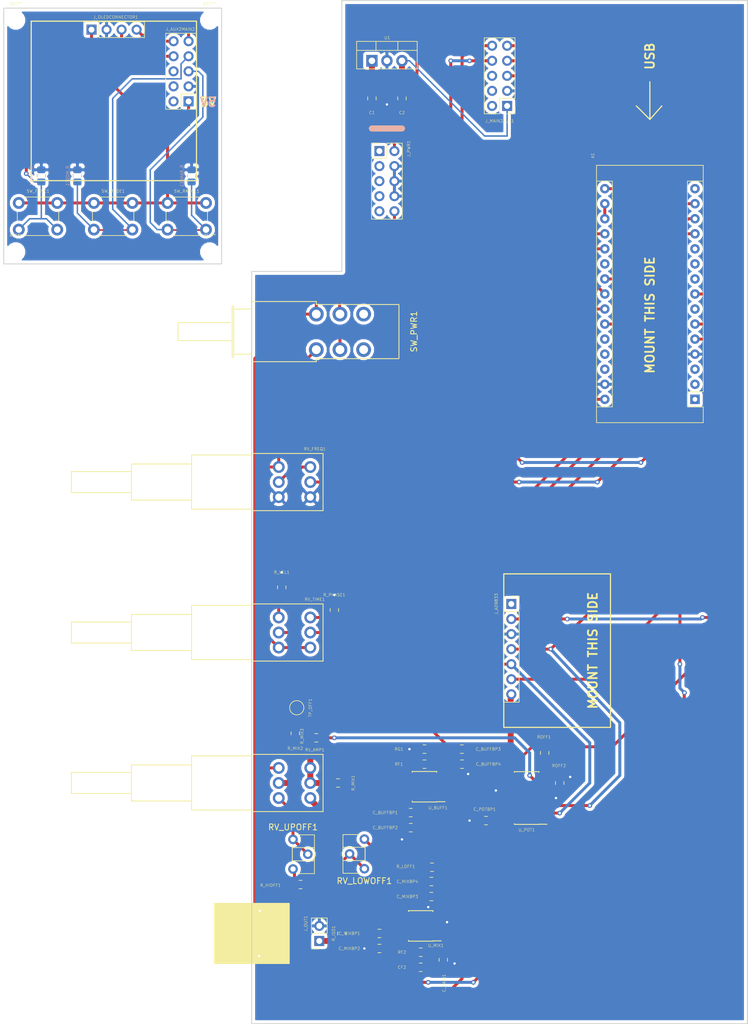
<source format=kicad_pcb>
(kicad_pcb (version 20171130) (host pcbnew "(5.0.0-3-g5ebb6b6)")
  (layers (0 F.Cu signal) (31 B.Cu power) (34 B.Paste user) (35 F.Paste user) (36 B.SilkS user) (37 F.SilkS user) (38 B.Mask user) (39 F.Mask user) (44 Edge.Cuts user))
  (net 0 "")
  (net 1 /AREF)
  (net 2 /GND)
  (net 3 /WAVEBTN)
  (net 4 /MODEBTN)
  (net 5 /SDA)
  (net 6 /RANGEBTN)
  (net 7 /SCL)
  (net 8 /VEL1)
  (net 9 /POT_CS)
  (net 10 /DDS_CS)
  (net 11 /MOSI)
  (net 12 /5V)
  (net 13 /SCK)
  (net 14 /+12V)
  (net 15 /-12V)
  (net 16 "Net-(RV_AMP1-Pad2)")
  (net 17 "Net-(RV_AMP1-Pad3)")
  (net 18 "Net-(RV_AMP1-Pad1)")
  (net 19 /AuxiliaryBoard/5V_AUX)
  (net 20 /AuxiliaryBoard/GND_AUX)
  (net 21 /AuxiliaryBoard/WAVEBTN_AUX)
  (net 22 /AuxiliaryBoard/SCL_AUX)
  (net 23 /AuxiliaryBoard/RANGEBTN_AUX)
  (net 24 /AuxiliaryBoard/SDA_AUX)
  (net 25 /AuxiliaryBoard/MODEBTN_AUX)
  (net 26 /DDS_SIG)
  (net 27 /OutputSection/SIGOUT)
  (net 28 /DDS_REDUX)
  (net 29 "Net-(RV_UPOFF1-Pad3)")
  (net 30 "Net-(RV_LOWOFF1-Pad3)")
  (net 31 "Net-(RF1-Pad1)")
  (net 32 "Net-(RV_AMP1-Pad5)")
  (net 33 /OFFSETADJUST)
  (net 34 "Net-(RF1-Pad2)")
  (net 35 "Net-(ROFF1-Pad1)")
  (net 36 "Net-(ROFF2-Pad1)")
  (net 37 "Net-(CF2-Pad2)")
  (net 38 "Net-(CF2-Pad1)")
  (net 39 "Net-(J_PWR1-Pad2)")
  (net 40 "Net-(J_PWR1-Pad10)")
  (net 41 /PHASE1)
  (net 42 "Net-(RV_TIME1-Pad6)")
  (net 43 "Net-(RV_TIME1-Pad3)")
  (net 44 /FREQHI)
  (net 45 /FREQLO)
  (module Module:Arduino_Nano (layer F.Cu) (at 140.97 87.63 180)
    (fp_text reference A1 (at 17.272 41.148 270) (layer F.SilkS) (effects (font (size 0.5 0.5) (thickness 0.05))))
    (fp_text value Arduino_Nano_v3.x)
    (pad 16 thru_hole oval (at 15.24 35.56 180) (size 1.6 1.6) (drill 0.8) (layers *.Cu *.Mask) (net 13 /SCK))
    (pad 15 thru_hole oval (at 0 35.56 180) (size 1.6 1.6) (drill 0.8) (layers *.Cu *.Mask))
    (pad 30 thru_hole oval (at 15.24 0 180) (size 1.6 1.6) (drill 0.8) (layers *.Cu *.Mask) (net 12 /5V))
    (pad 14 thru_hole oval (at 0 33.02 180) (size 1.6 1.6) (drill 0.8) (layers *.Cu *.Mask) (net 11 /MOSI))
    (pad 29 thru_hole oval (at 15.24 2.54 180) (size 1.6 1.6) (drill 0.8) (layers *.Cu *.Mask) (net 2 /GND))
    (pad 13 thru_hole oval (at 0 30.48 180) (size 1.6 1.6) (drill 0.8) (layers *.Cu *.Mask) (net 10 /DDS_CS))
    (pad 28 thru_hole oval (at 15.24 5.08 180) (size 1.6 1.6) (drill 0.8) (layers *.Cu *.Mask))
    (pad 12 thru_hole oval (at 0 27.94 180) (size 1.6 1.6) (drill 0.8) (layers *.Cu *.Mask) (net 9 /POT_CS))
    (pad 27 thru_hole oval (at 15.24 7.62 180) (size 1.6 1.6) (drill 0.8) (layers *.Cu *.Mask))
    (pad "" np_thru_hole oval (at 0 25.4 180) (size 1.6 1.6) (drill 0.8) (layers *.Cu *.Mask))
    (pad 26 thru_hole oval (at 15.24 10.16 180) (size 1.6 1.6) (drill 0.8) (layers *.Cu *.Mask))
    (pad "" np_thru_hole circle (at 0 22.86 180) (size 1.6 1.6) (drill 0.8) (layers *.Cu *.Mask))
    (pad 25 thru_hole oval (at 15.24 12.7 180) (size 1.6 1.6) (drill 0.8) (layers *.Cu *.Mask) (net 8 /VEL1))
    (pad 9 thru_hole oval (at 0 20.32 180) (size 1.6 1.6) (drill 0.8) (layers *.Cu *.Mask))
    (pad 24 thru_hole oval (at 15.24 15.24 180) (size 1.6 1.6) (drill 0.8) (layers *.Cu *.Mask) (net 7 /SCL))
    (pad 8 thru_hole oval (at 0 17.78 180) (size 1.6 1.6) (drill 0.8) (layers *.Cu *.Mask) (net 6 /RANGEBTN))
    (pad 23 thru_hole oval (at 15.24 17.78 180) (size 1.6 1.6) (drill 0.8) (layers *.Cu *.Mask) (net 5 /SDA))
    (pad 7 thru_hole oval (at 0 15.24 180) (size 1.6 1.6) (drill 0.8) (layers *.Cu *.Mask))
    (pad 22 thru_hole oval (at 15.24 20.32 180) (size 1.6 1.6) (drill 0.8) (layers *.Cu *.Mask) (net 41 /PHASE1))
    (pad 6 thru_hole oval (at 0 12.7 180) (size 1.6 1.6) (drill 0.8) (layers *.Cu *.Mask) (net 4 /MODEBTN))
    (pad 21 thru_hole oval (at 15.24 22.86 180) (size 1.6 1.6) (drill 0.8) (layers *.Cu *.Mask))
    (pad 5 thru_hole oval (at 0 10.16 180) (size 1.6 1.6) (drill 0.8) (layers *.Cu *.Mask) (net 3 /WAVEBTN))
    (pad 20 thru_hole oval (at 15.24 25.4 180) (size 1.6 1.6) (drill 0.8) (layers *.Cu *.Mask) (net 45 /FREQLO))
    (pad 4 thru_hole oval (at 0 7.62 180) (size 1.6 1.6) (drill 0.8) (layers *.Cu *.Mask) (net 2 /GND))
    (pad 19 thru_hole oval (at 15.24 27.94 180) (size 1.6 1.6) (drill 0.8) (layers *.Cu *.Mask) (net 44 /FREQHI))
    (pad 3 thru_hole oval (at 0 5.08 180) (size 1.6 1.6) (drill 0.8) (layers *.Cu *.Mask))
    (pad 18 thru_hole oval (at 15.24 30.48 180) (size 1.6 1.6) (drill 0.8) (layers *.Cu *.Mask) (net 1 /AREF))
    (pad 2 thru_hole oval (at 0 2.54 180) (size 1.6 1.6) (drill 0.8) (layers *.Cu *.Mask))
    (pad 17 thru_hole oval (at 15.24 33.02 180) (size 1.6 1.6) (drill 0.8) (layers *.Cu *.Mask) (net 1 /AREF))
    (pad 1 thru_hole rect (at 0 0 180) (size 1.6 1.6) (drill 0.8) (layers *.Cu *.Mask))
  )
  (module Potentiometer_THT:Potentiometer_Piher_PT-6-H_Horizontal (layer F.Cu) (at 73.025 161.925)
    (fp_text reference RV_UPOFF1 (at 0 -2.06) (layer F.SilkS))
    (fp_text value 100K)
    (pad 1 thru_hole circle (at 0 0) (size 1.62 1.62) (drill 0.9) (layers *.Cu *.Mask) (net 18 "Net-(RV_AMP1-Pad1)"))
    (pad 2 thru_hole circle (at 2.5 2.5) (size 1.62 1.62) (drill 0.9) (layers *.Cu *.Mask) (net 18 "Net-(RV_AMP1-Pad1)"))
    (pad 3 thru_hole circle (at 0 5) (size 1.62 1.62) (drill 0.9) (layers *.Cu *.Mask) (net 29 "Net-(RV_UPOFF1-Pad3)"))
  )
  (module Resistor_SMD:R_0805_2012Metric_Pad1.15x1.40mm_HandSolder (layer F.Cu) (at 95.25 146.685)
    (fp_text reference RG1 (at -4.318 0 180) (layer F.SilkS) (effects (font (size 0.5 0.5) (thickness 0.05))))
    (fp_text value 1k)
    (pad 1 smd roundrect (at -1.025 0) (size 1.15 1.4) (layers F.Cu F.Paste F.Mask) (roundrect_rratio 0.217391) (net 2 /GND))
    (pad 2 smd roundrect (at 1.025 0) (size 1.15 1.4) (layers F.Cu F.Paste F.Mask) (roundrect_rratio 0.217391) (net 34 "Net-(RF1-Pad2)"))
  )
  (module Resistor_SMD:R_0805_2012Metric_Pad1.15x1.40mm_HandSolder (layer F.Cu) (at 95.25 149.225)
    (fp_text reference RF1 (at -4.318 0 180) (layer F.SilkS) (effects (font (size 0.5 0.5) (thickness 0.05))))
    (fp_text value 1k)
    (pad 2 smd roundrect (at 1.025 0) (size 1.15 1.4) (layers F.Cu F.Paste F.Mask) (roundrect_rratio 0.217391) (net 34 "Net-(RF1-Pad2)"))
    (pad 1 smd roundrect (at -1.025 0) (size 1.15 1.4) (layers F.Cu F.Paste F.Mask) (roundrect_rratio 0.217391) (net 31 "Net-(RF1-Pad1)"))
  )
  (module ALPS_SPUN191600:ALPS_SPUN191600 (layer F.Cu) (at 76.962 76.2 90)
    (fp_text reference SW_PWR1 (at 0 16.51 90) (layer F.SilkS))
    (fp_text value SW_DPDT_x2)
    (pad 4 thru_hole circle (at -3.048 0 90) (size 2.5 2.5) (drill 1.5) (layers *.Cu *.Mask) (net 15 /-12V))
    (pad 1 thru_hole circle (at 2.952 0 90) (size 2.5 2.5) (drill 1.5) (layers *.Cu *.Mask) (net 14 /+12V))
    (pad 5 thru_hole circle (at -3.048 4 90) (size 2.5 2.5) (drill 1.5) (layers *.Cu *.Mask) (net 40 "Net-(J_PWR1-Pad10)"))
    (pad 2 thru_hole circle (at 2.952 4 90) (size 2.5 2.5) (drill 1.5) (layers *.Cu *.Mask) (net 39 "Net-(J_PWR1-Pad2)"))
    (pad 6 thru_hole circle (at -3.048 8 90) (size 2.5 2.5) (drill 1.5) (layers *.Cu *.Mask))
    (pad 3 thru_hole circle (at 2.952 8 90) (size 2.5 2.5) (drill 1.5) (layers *.Cu *.Mask))
  )
  (module PTH901:PTH901 (layer F.Cu) (at 73.66 101.6 180)
    (fp_text reference RV_FREQ1 (at -3.048 5.588 180) (layer F.SilkS) (effects (font (size 0.5 0.5) (thickness 0.05))))
    (fp_text value B10K)
    (pad 1 thru_hole circle (at 3.048 -2.54 180) (size 2 2) (drill 1.2) (layers *.Cu *.Mask) (net 2 /GND))
    (pad 2 thru_hole circle (at 3.048 0 180) (size 2 2) (drill 1.2) (layers *.Cu *.Mask) (net 45 /FREQLO))
    (pad 3 thru_hole circle (at 3.048 2.54 180) (size 2 2) (drill 1.2) (layers *.Cu *.Mask) (net 12 /5V))
    (pad 4 thru_hole circle (at -2.286 -2.54 180) (size 2 2) (drill 1.2) (layers *.Cu *.Mask) (net 2 /GND))
    (pad 5 thru_hole circle (at -2.286 0 180) (size 2 2) (drill 1.2) (layers *.Cu *.Mask) (net 44 /FREQHI))
    (pad 6 thru_hole circle (at -2.286 2.54 180) (size 2 2) (drill 1.2) (layers *.Cu *.Mask) (net 12 /5V))
  )
  (module Connector_PinSocket_2.54mm:PinSocket_1x02_P2.54mm_Vertical (layer F.Cu) (at 77.47 179.07 180)
    (fp_text reference J_OUT1 (at 2.286 2.921 270) (layer F.SilkS) (effects (font (size 0.5 0.5) (thickness 0.05))))
    (fp_text value Conn_01x02)
    (pad 1 thru_hole rect (at 0 0 180) (size 1.7 1.7) (drill 1) (layers *.Cu *.Mask) (net 27 /OutputSection/SIGOUT))
    (pad 2 thru_hole oval (at 0 2.54 180) (size 1.7 1.7) (drill 1) (layers *.Cu *.Mask) (net 2 /GND))
  )
  (module MountingHole:MountingHole_2.2mm_M2_ISO7380 (layer F.Cu) (at 26.162 23.622)
    (fp_text reference REF** (at 0 -2.75) (layer F.SilkS) (effects (font (size 0.5 0.5) (thickness 0.05))))
    (fp_text value MountingHole_2.2mm_M2_ISO7380)
    (pad 1 np_thru_hole circle (at 0 0) (size 2.2 2.2) (drill 2.2) (layers *.Cu *.Mask))
  )
  (module Connector_PinHeader_2.54mm:PinHeader_2x05_P2.54mm_Vertical (layer F.Cu) (at 87.63 45.72)
    (fp_text reference J_PWR1 (at 4.953 -0.381 90) (layer F.SilkS) (effects (font (size 0.5 0.5) (thickness 0.05))))
    (fp_text value Conn_02x05_Odd_Even)
    (pad 1 thru_hole rect (at 0 0) (size 1.7 1.7) (drill 1) (layers *.Cu *.Mask))
    (pad 2 thru_hole oval (at 2.54 0) (size 1.7 1.7) (drill 1) (layers *.Cu *.Mask) (net 39 "Net-(J_PWR1-Pad2)"))
    (pad 3 thru_hole oval (at 0 2.54) (size 1.7 1.7) (drill 1) (layers *.Cu *.Mask))
    (pad 4 thru_hole oval (at 2.54 2.54) (size 1.7 1.7) (drill 1) (layers *.Cu *.Mask) (net 2 /GND))
    (pad 5 thru_hole oval (at 0 5.08) (size 1.7 1.7) (drill 1) (layers *.Cu *.Mask))
    (pad 6 thru_hole oval (at 2.54 5.08) (size 1.7 1.7) (drill 1) (layers *.Cu *.Mask) (net 2 /GND))
    (pad 7 thru_hole oval (at 0 7.62) (size 1.7 1.7) (drill 1) (layers *.Cu *.Mask))
    (pad 8 thru_hole oval (at 2.54 7.62) (size 1.7 1.7) (drill 1) (layers *.Cu *.Mask) (net 2 /GND))
    (pad 9 thru_hole oval (at 0 10.16) (size 1.7 1.7) (drill 1) (layers *.Cu *.Mask))
    (pad 10 thru_hole oval (at 2.54 10.16) (size 1.7 1.7) (drill 1) (layers *.Cu *.Mask) (net 40 "Net-(J_PWR1-Pad10)"))
  )
  (module Resistor_SMD:R_0805_2012Metric_Pad1.15x1.40mm_HandSolder (layer B.Cu) (at 55.88 49.911 270)
    (fp_text reference R_RANGE1 (at 0 1.65 270) (layer B.SilkS) (effects (font (size 0.5 0.5) (thickness 0.05)) (justify mirror)))
    (fp_text value 1K)
    (pad 2 smd roundrect (at 1.025 0 270) (size 1.15 1.4) (layers B.Cu B.Paste B.Mask) (roundrect_rratio 0.217391) (net 23 /AuxiliaryBoard/RANGEBTN_AUX))
    (pad 1 smd roundrect (at -1.025 0 270) (size 1.15 1.4) (layers B.Cu B.Paste B.Mask) (roundrect_rratio 0.217391) (net 20 /AuxiliaryBoard/GND_AUX))
  )
  (module Capacitor_SMD:C_0805_2012Metric_Pad1.15x1.40mm_HandSolder (layer F.Cu) (at 92.931841 157.403514 180)
    (fp_text reference C_BUFFBP1 (at 4.318 0 180) (layer F.SilkS) (effects (font (size 0.5 0.5) (thickness 0.05))))
    (fp_text value 2.2uF)
    (pad 1 smd roundrect (at -1.025 0 180) (size 1.15 1.4) (layers F.Cu F.Paste F.Mask) (roundrect_rratio 0.217391) (net 14 /+12V))
    (pad 2 smd roundrect (at 1.025 0 180) (size 1.15 1.4) (layers F.Cu F.Paste F.Mask) (roundrect_rratio 0.217391) (net 2 /GND))
  )
  (module Package_SO:SOIC-14_3.9x8.7mm_P1.27mm (layer F.Cu) (at 112.522 154.94 180)
    (fp_text reference U_POT1 (at 0 -5.375 180) (layer F.SilkS) (effects (font (size 0.5 0.5) (thickness 0.05))))
    (fp_text value MCP42050)
    (pad 1 smd rect (at -2.7 -3.81 180) (size 1.5 0.6) (layers F.Cu F.Paste F.Mask) (net 9 /POT_CS))
    (pad 2 smd rect (at -2.7 -2.54 180) (size 1.5 0.6) (layers F.Cu F.Paste F.Mask) (net 13 /SCK))
    (pad 3 smd rect (at -2.7 -1.27 180) (size 1.5 0.6) (layers F.Cu F.Paste F.Mask) (net 11 /MOSI))
    (pad 4 smd rect (at -2.7 0 180) (size 1.5 0.6) (layers F.Cu F.Paste F.Mask) (net 2 /GND))
    (pad 5 smd rect (at -2.7 1.27 180) (size 1.5 0.6) (layers F.Cu F.Paste F.Mask) (net 36 "Net-(ROFF2-Pad1)"))
    (pad 6 smd rect (at -2.7 2.54 180) (size 1.5 0.6) (layers F.Cu F.Paste F.Mask) (net 33 /OFFSETADJUST))
    (pad 7 smd rect (at -2.7 3.81 180) (size 1.5 0.6) (layers F.Cu F.Paste F.Mask) (net 35 "Net-(ROFF1-Pad1)"))
    (pad 8 smd rect (at 2.7 3.81 180) (size 1.5 0.6) (layers F.Cu F.Paste F.Mask) (net 26 /DDS_SIG))
    (pad 9 smd rect (at 2.7 2.54 180) (size 1.5 0.6) (layers F.Cu F.Paste F.Mask) (net 28 /DDS_REDUX))
    (pad 10 smd rect (at 2.7 1.27 180) (size 1.5 0.6) (layers F.Cu F.Paste F.Mask) (net 2 /GND))
    (pad 11 smd rect (at 2.7 0 180) (size 1.5 0.6) (layers F.Cu F.Paste F.Mask) (net 12 /5V))
    (pad 12 smd rect (at 2.7 -1.27 180) (size 1.5 0.6) (layers F.Cu F.Paste F.Mask) (net 12 /5V))
    (pad 13 smd rect (at 2.7 -2.54 180) (size 1.5 0.6) (layers F.Cu F.Paste F.Mask))
    (pad 14 smd rect (at 2.7 -3.81 180) (size 1.5 0.6) (layers F.Cu F.Paste F.Mask) (net 12 /5V))
  )
  (module Resistor_SMD:R_0805_2012Metric_Pad1.15x1.40mm_HandSolder (layer F.Cu) (at 96.52 166.624 180)
    (fp_text reference R_LOFF1 (at 4.445 0.127 180) (layer F.SilkS) (effects (font (size 0.5 0.5) (thickness 0.05))))
    (fp_text value 1K)
    (pad 1 smd roundrect (at -1.025 0 180) (size 1.15 1.4) (layers F.Cu F.Paste F.Mask) (roundrect_rratio 0.217391) (net 15 /-12V))
    (pad 2 smd roundrect (at 1.025 0 180) (size 1.15 1.4) (layers F.Cu F.Paste F.Mask) (roundrect_rratio 0.217391) (net 30 "Net-(RV_LOWOFF1-Pad3)"))
  )
  (module Capacitor_SMD:C_0805_2012Metric_Pad1.15x1.40mm_HandSolder (layer F.Cu) (at 86.36 36.83 270)
    (fp_text reference C1 (at 2.413 0) (layer F.SilkS) (effects (font (size 0.5 0.5) (thickness 0.05))))
    (fp_text value 220nF)
    (pad 1 smd roundrect (at -1.025 0 270) (size 1.15 1.4) (layers F.Cu F.Paste F.Mask) (roundrect_rratio 0.217391) (net 14 /+12V))
    (pad 2 smd roundrect (at 1.025 0 270) (size 1.15 1.4) (layers F.Cu F.Paste F.Mask) (roundrect_rratio 0.217391) (net 2 /GND))
  )
  (module Capacitor_SMD:C_0805_2012Metric_Pad1.15x1.40mm_HandSolder (layer F.Cu) (at 91.44 36.83 270)
    (fp_text reference C2 (at 2.413 0) (layer F.SilkS) (effects (font (size 0.5 0.5) (thickness 0.05))))
    (fp_text value 100nF)
    (pad 2 smd roundrect (at 1.025 0 270) (size 1.15 1.4) (layers F.Cu F.Paste F.Mask) (roundrect_rratio 0.217391) (net 2 /GND))
    (pad 1 smd roundrect (at -1.025 0 270) (size 1.15 1.4) (layers F.Cu F.Paste F.Mask) (roundrect_rratio 0.217391) (net 12 /5V))
  )
  (module Connector_PinSocket_2.54mm:PinSocket_1x07_P2.54mm_Vertical (layer F.Cu) (at 109.924407 122.181772)
    (fp_text reference J_AD9833 (at -2.54 0 -270) (layer F.SilkS) (effects (font (size 0.5 0.5) (thickness 0.05))))
    (fp_text value Conn_01x07)
    (pad 7 thru_hole oval (at 0 15.24) (size 1.7 1.7) (drill 1) (layers *.Cu *.Mask) (net 26 /DDS_SIG))
    (pad 6 thru_hole oval (at 0 12.7) (size 1.7 1.7) (drill 1) (layers *.Cu *.Mask) (net 10 /DDS_CS))
    (pad 5 thru_hole oval (at 0 10.16) (size 1.7 1.7) (drill 1) (layers *.Cu *.Mask) (net 13 /SCK))
    (pad 4 thru_hole oval (at 0 7.62) (size 1.7 1.7) (drill 1) (layers *.Cu *.Mask) (net 11 /MOSI))
    (pad 3 thru_hole oval (at 0 5.08) (size 1.7 1.7) (drill 1) (layers *.Cu *.Mask) (net 2 /GND))
    (pad 2 thru_hole oval (at 0 2.54) (size 1.7 1.7) (drill 1) (layers *.Cu *.Mask) (net 12 /5V))
    (pad 1 thru_hole rect (at 0 0) (size 1.7 1.7) (drill 1) (layers *.Cu *.Mask))
  )
  (module Connector_PinHeader_2.54mm:PinHeader_2x05_P2.54mm_Vertical (layer F.Cu) (at 55.372 37.338 180)
    (fp_text reference J_AUX2MAIN2 (at 1.397 12.192 180) (layer F.SilkS) (effects (font (size 0.5 0.5) (thickness 0.05))))
    (fp_text value Conn_02x05_Odd_Even)
    (pad 10 thru_hole oval (at 2.54 10.16 180) (size 1.7 1.7) (drill 1) (layers *.Cu *.Mask) (net 24 /AuxiliaryBoard/SDA_AUX))
    (pad 9 thru_hole oval (at 0 10.16 180) (size 1.7 1.7) (drill 1) (layers *.Cu *.Mask) (net 21 /AuxiliaryBoard/WAVEBTN_AUX))
    (pad 8 thru_hole oval (at 2.54 7.62 180) (size 1.7 1.7) (drill 1) (layers *.Cu *.Mask) (net 22 /AuxiliaryBoard/SCL_AUX))
    (pad 7 thru_hole oval (at 0 7.62 180) (size 1.7 1.7) (drill 1) (layers *.Cu *.Mask) (net 25 /AuxiliaryBoard/MODEBTN_AUX))
    (pad 6 thru_hole oval (at 2.54 5.08 180) (size 1.7 1.7) (drill 1) (layers *.Cu *.Mask))
    (pad 5 thru_hole oval (at 0 5.08 180) (size 1.7 1.7) (drill 1) (layers *.Cu *.Mask) (net 23 /AuxiliaryBoard/RANGEBTN_AUX))
    (pad 4 thru_hole oval (at 2.54 2.54 180) (size 1.7 1.7) (drill 1) (layers *.Cu *.Mask))
    (pad 3 thru_hole oval (at 0 2.54 180) (size 1.7 1.7) (drill 1) (layers *.Cu *.Mask) (net 20 /AuxiliaryBoard/GND_AUX))
    (pad 2 thru_hole oval (at 2.54 0 180) (size 1.7 1.7) (drill 1) (layers *.Cu *.Mask))
    (pad 1 thru_hole rect (at 0 0 180) (size 1.7 1.7) (drill 1) (layers *.Cu *.Mask) (net 19 /AuxiliaryBoard/5V_AUX))
  )
  (module Connector_PinHeader_2.54mm:PinHeader_2x05_P2.54mm_Vertical (layer F.Cu) (at 109.22 38.1 180)
    (fp_text reference J_MAIN2AUX1 (at 1.27 -2.54 180) (layer F.SilkS) (effects (font (size 0.5 0.5) (thickness 0.05))))
    (fp_text value Conn_02x05_Odd_Even)
    (pad 1 thru_hole rect (at 0 0 180) (size 1.7 1.7) (drill 1) (layers *.Cu *.Mask) (net 12 /5V))
    (pad 2 thru_hole oval (at 2.54 0 180) (size 1.7 1.7) (drill 1) (layers *.Cu *.Mask))
    (pad 3 thru_hole oval (at 0 2.54 180) (size 1.7 1.7) (drill 1) (layers *.Cu *.Mask) (net 2 /GND))
    (pad 4 thru_hole oval (at 2.54 2.54 180) (size 1.7 1.7) (drill 1) (layers *.Cu *.Mask))
    (pad 5 thru_hole oval (at 0 5.08 180) (size 1.7 1.7) (drill 1) (layers *.Cu *.Mask) (net 6 /RANGEBTN))
    (pad 6 thru_hole oval (at 2.54 5.08 180) (size 1.7 1.7) (drill 1) (layers *.Cu *.Mask))
    (pad 7 thru_hole oval (at 0 7.62 180) (size 1.7 1.7) (drill 1) (layers *.Cu *.Mask) (net 4 /MODEBTN))
    (pad 8 thru_hole oval (at 2.54 7.62 180) (size 1.7 1.7) (drill 1) (layers *.Cu *.Mask) (net 7 /SCL))
    (pad 9 thru_hole oval (at 0 10.16 180) (size 1.7 1.7) (drill 1) (layers *.Cu *.Mask) (net 3 /WAVEBTN))
    (pad 10 thru_hole oval (at 2.54 10.16 180) (size 1.7 1.7) (drill 1) (layers *.Cu *.Mask) (net 5 /SDA))
  )
  (module Connector_PinSocket_2.54mm:PinSocket_1x04_P2.54mm_Vertical (layer F.Cu) (at 38.965965 25.223749 90)
    (fp_text reference J_OLEDCONNECTOR1 (at 2.109749 4.087035 180) (layer F.SilkS) (effects (font (size 0.5 0.5) (thickness 0.05))))
    (fp_text value Conn_01x04)
    (pad 4 thru_hole oval (at 0 7.62 90) (size 1.7 1.7) (drill 1) (layers *.Cu *.Mask) (net 24 /AuxiliaryBoard/SDA_AUX))
    (pad 3 thru_hole oval (at 0 5.08 90) (size 1.7 1.7) (drill 1) (layers *.Cu *.Mask) (net 22 /AuxiliaryBoard/SCL_AUX))
    (pad 2 thru_hole oval (at 0 2.54 90) (size 1.7 1.7) (drill 1) (layers *.Cu *.Mask) (net 20 /AuxiliaryBoard/GND_AUX))
    (pad 1 thru_hole rect (at 0 0 90) (size 1.7 1.7) (drill 1) (layers *.Cu *.Mask) (net 19 /AuxiliaryBoard/5V_AUX))
  )
  (module Resistor_SMD:R_0805_2012Metric_Pad1.15x1.40mm_HandSolder (layer F.Cu) (at 81.28 177.8 90)
    (fp_text reference R_ISO1 (at 0 -1.397 -90) (layer F.SilkS) (effects (font (size 0.5 0.5) (thickness 0.05))))
    (fp_text value "600R 1%")
    (pad 2 smd roundrect (at 1.025 0 90) (size 1.15 1.4) (layers F.Cu F.Paste F.Mask) (roundrect_rratio 0.217391) (net 38 "Net-(CF2-Pad1)"))
    (pad 1 smd roundrect (at -1.025 0 90) (size 1.15 1.4) (layers F.Cu F.Paste F.Mask) (roundrect_rratio 0.217391) (net 27 /OutputSection/SIGOUT))
  )
  (module Resistor_SMD:R_0805_2012Metric_Pad1.15x1.40mm_HandSolder (layer F.Cu) (at 80.645 152.4 180)
    (fp_text reference R_MIX1 (at -2.54 0 90) (layer F.SilkS) (effects (font (size 0.5 0.5) (thickness 0.05))))
    (fp_text value 1K)
    (pad 1 smd roundrect (at -1.025 0 180) (size 1.15 1.4) (layers F.Cu F.Paste F.Mask) (roundrect_rratio 0.217391) (net 31 "Net-(RF1-Pad1)"))
    (pad 2 smd roundrect (at 1.025 0 180) (size 1.15 1.4) (layers F.Cu F.Paste F.Mask) (roundrect_rratio 0.217391) (net 32 "Net-(RV_AMP1-Pad5)"))
  )
  (module Resistor_SMD:R_0805_2012Metric_Pad1.15x1.40mm_HandSolder (layer F.Cu) (at 73.406 144.018 90)
    (fp_text reference R_MIX2 (at -2.54 0 -180) (layer F.SilkS) (effects (font (size 0.5 0.5) (thickness 0.05))))
    (fp_text value 1K)
    (pad 2 smd roundrect (at 1.025 0 90) (size 1.15 1.4) (layers F.Cu F.Paste F.Mask) (roundrect_rratio 0.217391) (net 32 "Net-(RV_AMP1-Pad5)"))
    (pad 1 smd roundrect (at -1.025 0 90) (size 1.15 1.4) (layers F.Cu F.Paste F.Mask) (roundrect_rratio 0.217391) (net 16 "Net-(RV_AMP1-Pad2)"))
  )
  (module Resistor_SMD:R_0805_2012Metric_Pad1.15x1.40mm_HandSolder (layer B.Cu) (at 36.576 49.911 270)
    (fp_text reference R_MODE1 (at 0 1.65 270) (layer B.SilkS) (effects (font (size 0.5 0.5) (thickness 0.05)) (justify mirror)))
    (fp_text value 1K)
    (pad 1 smd roundrect (at -1.025 0 270) (size 1.15 1.4) (layers B.Cu B.Paste B.Mask) (roundrect_rratio 0.217391) (net 20 /AuxiliaryBoard/GND_AUX))
    (pad 2 smd roundrect (at 1.025 0 270) (size 1.15 1.4) (layers B.Cu B.Paste B.Mask) (roundrect_rratio 0.217391) (net 25 /AuxiliaryBoard/MODEBTN_AUX))
  )
  (module Resistor_SMD:R_0805_2012Metric_Pad1.15x1.40mm_HandSolder (layer F.Cu) (at 71.12 119.38 270)
    (fp_text reference R_VEL1 (at -2.54 0 180) (layer F.SilkS) (effects (font (size 0.5 0.5) (thickness 0.05))))
    (fp_text value 100R)
    (pad 1 smd roundrect (at -1.025 0 270) (size 1.15 1.4) (layers F.Cu F.Paste F.Mask) (roundrect_rratio 0.217391) (net 2 /GND))
    (pad 2 smd roundrect (at 1.025 0 270) (size 1.15 1.4) (layers F.Cu F.Paste F.Mask) (roundrect_rratio 0.217391) (net 43 "Net-(RV_TIME1-Pad3)"))
  )
  (module Button_Switch_THT:SW_PUSH_6mm (layer F.Cu) (at 26.67 54.483)
    (fp_text reference SW_FUNC1 (at 3.25 -2) (layer F.SilkS) (effects (font (size 0.5 0.5) (thickness 0.05))))
    (fp_text value SW_SPST)
    (pad 2 thru_hole circle (at 0 4.5 90) (size 2 2) (drill 1.1) (layers *.Cu *.Mask) (net 21 /AuxiliaryBoard/WAVEBTN_AUX))
    (pad 1 thru_hole circle (at 0 0 90) (size 2 2) (drill 1.1) (layers *.Cu *.Mask) (net 19 /AuxiliaryBoard/5V_AUX))
    (pad 2 thru_hole circle (at 6.5 4.5 90) (size 2 2) (drill 1.1) (layers *.Cu *.Mask) (net 21 /AuxiliaryBoard/WAVEBTN_AUX))
    (pad 1 thru_hole circle (at 6.5 0 90) (size 2 2) (drill 1.1) (layers *.Cu *.Mask) (net 19 /AuxiliaryBoard/5V_AUX))
  )
  (module Button_Switch_THT:SW_PUSH_6mm (layer F.Cu) (at 39.37 54.483)
    (fp_text reference SW_MODE1 (at 3.25 -2) (layer F.SilkS) (effects (font (size 0.5 0.5) (thickness 0.05))))
    (fp_text value SW_SPST)
    (pad 1 thru_hole circle (at 6.5 0 90) (size 2 2) (drill 1.1) (layers *.Cu *.Mask) (net 19 /AuxiliaryBoard/5V_AUX))
    (pad 2 thru_hole circle (at 6.5 4.5 90) (size 2 2) (drill 1.1) (layers *.Cu *.Mask) (net 25 /AuxiliaryBoard/MODEBTN_AUX))
    (pad 1 thru_hole circle (at 0 0 90) (size 2 2) (drill 1.1) (layers *.Cu *.Mask) (net 19 /AuxiliaryBoard/5V_AUX))
    (pad 2 thru_hole circle (at 0 4.5 90) (size 2 2) (drill 1.1) (layers *.Cu *.Mask) (net 25 /AuxiliaryBoard/MODEBTN_AUX))
  )
  (module Button_Switch_THT:SW_PUSH_6mm (layer F.Cu) (at 51.816 54.483)
    (fp_text reference SW_RANGE1 (at 3.25 -2) (layer F.SilkS) (effects (font (size 0.5 0.5) (thickness 0.05))))
    (fp_text value SW_SPST)
    (pad 1 thru_hole circle (at 6.5 0 90) (size 2 2) (drill 1.1) (layers *.Cu *.Mask) (net 19 /AuxiliaryBoard/5V_AUX))
    (pad 2 thru_hole circle (at 6.5 4.5 90) (size 2 2) (drill 1.1) (layers *.Cu *.Mask) (net 23 /AuxiliaryBoard/RANGEBTN_AUX))
    (pad 1 thru_hole circle (at 0 0 90) (size 2 2) (drill 1.1) (layers *.Cu *.Mask) (net 19 /AuxiliaryBoard/5V_AUX))
    (pad 2 thru_hole circle (at 0 4.5 90) (size 2 2) (drill 1.1) (layers *.Cu *.Mask) (net 23 /AuxiliaryBoard/RANGEBTN_AUX))
  )
  (module Package_TO_SOT_THT:TO-220-3_Vertical (layer F.Cu) (at 86.36 30.48)
    (fp_text reference U1 (at 2.5908 -3.8862) (layer F.SilkS) (effects (font (size 0.5 0.5) (thickness 0.05))))
    (fp_text value LM7805_TO220)
    (pad 1 thru_hole rect (at 0 0) (size 1.905 2) (drill 1.1) (layers *.Cu *.Mask) (net 14 /+12V))
    (pad 2 thru_hole oval (at 2.54 0) (size 1.905 2) (drill 1.1) (layers *.Cu *.Mask) (net 2 /GND))
    (pad 3 thru_hole oval (at 5.08 0) (size 1.905 2) (drill 1.1) (layers *.Cu *.Mask) (net 12 /5V))
  )
  (module Capacitor_SMD:C_0805_2012Metric_Pad1.15x1.40mm_HandSolder (layer F.Cu) (at 98.425 182.245 270)
    (fp_text reference C_GAIN1 (at 3.937 -0.127 270) (layer F.SilkS) (effects (font (size 0.5 0.5) (thickness 0.05))))
    (fp_text value 470pF)
    (pad 1 smd roundrect (at -1.025 0 270) (size 1.15 1.4) (layers F.Cu F.Paste F.Mask) (roundrect_rratio 0.217391) (net 37 "Net-(CF2-Pad2)"))
    (pad 2 smd roundrect (at 1.025 0 270) (size 1.15 1.4) (layers F.Cu F.Paste F.Mask) (roundrect_rratio 0.217391) (net 2 /GND))
  )
  (module Resistor_SMD:R_0805_2012Metric_Pad1.15x1.40mm_HandSolder (layer F.Cu) (at 74.295 169.545 180)
    (fp_text reference R_HIOFF1 (at 5.08 -0.127 180) (layer F.SilkS) (effects (font (size 0.5 0.5) (thickness 0.05))))
    (fp_text value 1K)
    (pad 2 smd roundrect (at 1.025 0 180) (size 1.15 1.4) (layers F.Cu F.Paste F.Mask) (roundrect_rratio 0.217391) (net 29 "Net-(RV_UPOFF1-Pad3)"))
    (pad 1 smd roundrect (at -1.025 0 180) (size 1.15 1.4) (layers F.Cu F.Paste F.Mask) (roundrect_rratio 0.217391) (net 14 /+12V))
  )
  (module TestPoint:TestPoint_Pad_D2.0mm (layer F.Cu) (at 73.66 139.7 90)
    (fp_text reference TP_OFF1 (at 0 2.286 90) (layer F.SilkS) (effects (font (size 0.5 0.5) (thickness 0.05))))
    (fp_text value TestPoint)
    (pad 1 smd circle (at 0 0 90) (size 2 2) (layers F.Cu F.Mask) (net 16 "Net-(RV_AMP1-Pad2)"))
  )
  (module Capacitor_SMD:C_0805_2012Metric_Pad1.15x1.40mm_HandSolder (layer F.Cu) (at 105.655 158.75 180)
    (fp_text reference C_POTBP1 (at 0.245 1.905 180) (layer F.SilkS) (effects (font (size 0.5 0.5) (thickness 0.05))))
    (fp_text value 100nF)
    (pad 1 smd roundrect (at -1.025 0 180) (size 1.15 1.4) (layers F.Cu F.Paste F.Mask) (roundrect_rratio 0.217391) (net 12 /5V))
    (pad 2 smd roundrect (at 1.025 0 180) (size 1.15 1.4) (layers F.Cu F.Paste F.Mask) (roundrect_rratio 0.217391) (net 2 /GND))
  )
  (module Capacitor_SMD:C_0805_2012Metric_Pad1.15x1.40mm_HandSolder (layer F.Cu) (at 92.931841 159.943514 180)
    (fp_text reference C_BUFFBP2 (at 4.318 0 180) (layer F.SilkS) (effects (font (size 0.5 0.5) (thickness 0.05))))
    (fp_text value 100nF)
    (pad 2 smd roundrect (at 1.025 0 180) (size 1.15 1.4) (layers F.Cu F.Paste F.Mask) (roundrect_rratio 0.217391) (net 2 /GND))
    (pad 1 smd roundrect (at -1.025 0 180) (size 1.15 1.4) (layers F.Cu F.Paste F.Mask) (roundrect_rratio 0.217391) (net 14 /+12V))
  )
  (module Resistor_SMD:R_0805_2012Metric_Pad1.15x1.40mm_HandSolder (layer F.Cu) (at 76.962 144.78 180)
    (fp_text reference R_MIX3 (at 2.413 0.254 270) (layer F.SilkS) (effects (font (size 0.5 0.5) (thickness 0.05))))
    (fp_text value 1K)
    (pad 1 smd roundrect (at -1.025 0 180) (size 1.15 1.4) (layers F.Cu F.Paste F.Mask) (roundrect_rratio 0.217391) (net 33 /OFFSETADJUST))
    (pad 2 smd roundrect (at 1.025 0 180) (size 1.15 1.4) (layers F.Cu F.Paste F.Mask) (roundrect_rratio 0.217391) (net 32 "Net-(RV_AMP1-Pad5)"))
  )
  (module Resistor_SMD:R_0805_2012Metric_Pad1.15x1.40mm_HandSolder (layer F.Cu) (at 94.615 180.975)
    (fp_text reference RF2 (at -3.175 0 -180) (layer F.SilkS) (effects (font (size 0.5 0.5) (thickness 0.05))))
    (fp_text value 8K2)
    (pad 1 smd roundrect (at -1.025 0) (size 1.15 1.4) (layers F.Cu F.Paste F.Mask) (roundrect_rratio 0.217391) (net 38 "Net-(CF2-Pad1)"))
    (pad 2 smd roundrect (at 1.025 0) (size 1.15 1.4) (layers F.Cu F.Paste F.Mask) (roundrect_rratio 0.217391) (net 37 "Net-(CF2-Pad2)"))
  )
  (module Resistor_SMD:R_0805_2012Metric_Pad1.15x1.40mm_HandSolder (layer F.Cu) (at 115.57 147.32 90)
    (fp_text reference ROFF1 (at 2.667 -0.127 180) (layer F.SilkS) (effects (font (size 0.5 0.5) (thickness 0.05))))
    (fp_text value 1K)
    (pad 2 smd roundrect (at 1.025 0 90) (size 1.15 1.4) (layers F.Cu F.Paste F.Mask) (roundrect_rratio 0.217391) (net 12 /5V))
    (pad 1 smd roundrect (at -1.025 0 90) (size 1.15 1.4) (layers F.Cu F.Paste F.Mask) (roundrect_rratio 0.217391) (net 35 "Net-(ROFF1-Pad1)"))
  )
  (module Resistor_SMD:R_0805_2012Metric_Pad1.15x1.40mm_HandSolder (layer F.Cu) (at 118.11 152.4 90)
    (fp_text reference ROFF2 (at 2.921 -0.127) (layer F.SilkS) (effects (font (size 0.5 0.5) (thickness 0.05))))
    (fp_text value 1K)
    (pad 2 smd roundrect (at 1.025 0 90) (size 1.15 1.4) (layers F.Cu F.Paste F.Mask) (roundrect_rratio 0.217391) (net 2 /GND))
    (pad 1 smd roundrect (at -1.025 0 90) (size 1.15 1.4) (layers F.Cu F.Paste F.Mask) (roundrect_rratio 0.217391) (net 36 "Net-(ROFF2-Pad1)"))
  )
  (module Capacitor_SMD:C_0805_2012Metric_Pad1.15x1.40mm_HandSolder (layer F.Cu) (at 101.567841 146.685)
    (fp_text reference C_BUFFBP3 (at 4.445 0) (layer F.SilkS) (effects (font (size 0.5 0.5) (thickness 0.05))))
    (fp_text value 100nF)
    (pad 1 smd roundrect (at -1.025 0) (size 1.15 1.4) (layers F.Cu F.Paste F.Mask) (roundrect_rratio 0.217391) (net 15 /-12V))
    (pad 2 smd roundrect (at 1.025 0) (size 1.15 1.4) (layers F.Cu F.Paste F.Mask) (roundrect_rratio 0.217391) (net 2 /GND))
  )
  (module Capacitor_SMD:C_0805_2012Metric_Pad1.15x1.40mm_HandSolder (layer F.Cu) (at 101.6 149.225)
    (fp_text reference C_BUFFBP4 (at 4.445 0) (layer F.SilkS) (effects (font (size 0.5 0.5) (thickness 0.05))))
    (fp_text value 2.2uF)
    (pad 2 smd roundrect (at 1.025 0) (size 1.15 1.4) (layers F.Cu F.Paste F.Mask) (roundrect_rratio 0.217391) (net 2 /GND))
    (pad 1 smd roundrect (at -1.025 0) (size 1.15 1.4) (layers F.Cu F.Paste F.Mask) (roundrect_rratio 0.217391) (net 15 /-12V))
  )
  (module Capacitor_SMD:C_0805_2012Metric_Pad1.15x1.40mm_HandSolder (layer F.Cu) (at 87.63 177.8 180)
    (fp_text reference C_MIXBP1 (at 5.08 0 180) (layer F.SilkS) (effects (font (size 0.5 0.5) (thickness 0.05))))
    (fp_text value 2.2uF)
    (pad 1 smd roundrect (at -1.025 0 180) (size 1.15 1.4) (layers F.Cu F.Paste F.Mask) (roundrect_rratio 0.217391) (net 14 /+12V))
    (pad 2 smd roundrect (at 1.025 0 180) (size 1.15 1.4) (layers F.Cu F.Paste F.Mask) (roundrect_rratio 0.217391) (net 2 /GND))
  )
  (module Capacitor_SMD:C_0805_2012Metric_Pad1.15x1.40mm_HandSolder (layer F.Cu) (at 87.63 180.34 180)
    (fp_text reference C_MIXBP2 (at 5.08 0 180) (layer F.SilkS) (effects (font (size 0.5 0.5) (thickness 0.05))))
    (fp_text value 100nF)
    (pad 1 smd roundrect (at -1.025 0 180) (size 1.15 1.4) (layers F.Cu F.Paste F.Mask) (roundrect_rratio 0.217391) (net 14 /+12V))
    (pad 2 smd roundrect (at 1.025 0 180) (size 1.15 1.4) (layers F.Cu F.Paste F.Mask) (roundrect_rratio 0.217391) (net 2 /GND))
  )
  (module Capacitor_SMD:C_0805_2012Metric_Pad1.15x1.40mm_HandSolder (layer F.Cu) (at 96.418353 171.580301 180)
    (fp_text reference C_MIXBP3 (at 4.064 0 180) (layer F.SilkS) (effects (font (size 0.5 0.5) (thickness 0.05))))
    (fp_text value 100nF)
    (pad 2 smd roundrect (at 1.025 0 180) (size 1.15 1.4) (layers F.Cu F.Paste F.Mask) (roundrect_rratio 0.217391) (net 2 /GND))
    (pad 1 smd roundrect (at -1.025 0 180) (size 1.15 1.4) (layers F.Cu F.Paste F.Mask) (roundrect_rratio 0.217391) (net 15 /-12V))
  )
  (module Capacitor_SMD:C_0805_2012Metric_Pad1.15x1.40mm_HandSolder (layer F.Cu) (at 96.418353 169.040301 180)
    (fp_text reference C_MIXBP4 (at 4.073 0 180) (layer F.SilkS) (effects (font (size 0.5 0.5) (thickness 0.05))))
    (fp_text value 2.2uF)
    (pad 2 smd roundrect (at 1.025 0 180) (size 1.15 1.4) (layers F.Cu F.Paste F.Mask) (roundrect_rratio 0.217391) (net 2 /GND))
    (pad 1 smd roundrect (at -1.025 0 180) (size 1.15 1.4) (layers F.Cu F.Paste F.Mask) (roundrect_rratio 0.217391) (net 15 /-12V))
  )
  (module Capacitor_SMD:C_0805_2012Metric_Pad1.15x1.40mm_HandSolder (layer F.Cu) (at 94.615 183.515)
    (fp_text reference CF2 (at -3.175 0 -180) (layer F.SilkS) (effects (font (size 0.5 0.5) (thickness 0.05))))
    (fp_text value 2pF)
    (pad 1 smd roundrect (at -1.025 0) (size 1.15 1.4) (layers F.Cu F.Paste F.Mask) (roundrect_rratio 0.217391) (net 38 "Net-(CF2-Pad1)"))
    (pad 2 smd roundrect (at 1.025 0) (size 1.15 1.4) (layers F.Cu F.Paste F.Mask) (roundrect_rratio 0.217391) (net 37 "Net-(CF2-Pad2)"))
  )
  (module Package_SO:SOIC-8_3.9x4.9mm_P1.27mm (layer F.Cu) (at 95.25 153.035 180)
    (fp_text reference U_BUFF1 (at -2.286 -3.556 180) (layer F.SilkS) (effects (font (size 0.5 0.5) (thickness 0.05))))
    (fp_text value LM7171)
    (pad 8 smd rect (at 2.7 -1.905 180) (size 1.55 0.6) (layers F.Cu F.Paste F.Mask))
    (pad 7 smd rect (at 2.7 -0.635 180) (size 1.55 0.6) (layers F.Cu F.Paste F.Mask) (net 14 /+12V))
    (pad 6 smd rect (at 2.7 0.635 180) (size 1.55 0.6) (layers F.Cu F.Paste F.Mask) (net 31 "Net-(RF1-Pad1)"))
    (pad 5 smd rect (at 2.7 1.905 180) (size 1.55 0.6) (layers F.Cu F.Paste F.Mask))
    (pad 4 smd rect (at -2.7 1.905 180) (size 1.55 0.6) (layers F.Cu F.Paste F.Mask) (net 15 /-12V))
    (pad 3 smd rect (at -2.7 0.635 180) (size 1.55 0.6) (layers F.Cu F.Paste F.Mask) (net 28 /DDS_REDUX))
    (pad 2 smd rect (at -2.7 -0.635 180) (size 1.55 0.6) (layers F.Cu F.Paste F.Mask) (net 34 "Net-(RF1-Pad2)"))
    (pad 1 smd rect (at -2.7 -1.905 180) (size 1.55 0.6) (layers F.Cu F.Paste F.Mask))
  )
  (module Package_SO:SOIC-8_3.9x4.9mm_P1.27mm (layer F.Cu) (at 94.615 176.53 180)
    (fp_text reference U_MIX1 (at -2.54 -3.302 180) (layer F.SilkS) (effects (font (size 0.5 0.5) (thickness 0.05))))
    (fp_text value LM7171)
    (pad 1 smd rect (at -2.7 -1.905 180) (size 1.55 0.6) (layers F.Cu F.Paste F.Mask))
    (pad 2 smd rect (at -2.7 -0.635 180) (size 1.55 0.6) (layers F.Cu F.Paste F.Mask) (net 37 "Net-(CF2-Pad2)"))
    (pad 3 smd rect (at -2.7 0.635 180) (size 1.55 0.6) (layers F.Cu F.Paste F.Mask) (net 2 /GND))
    (pad 4 smd rect (at -2.7 1.905 180) (size 1.55 0.6) (layers F.Cu F.Paste F.Mask) (net 15 /-12V))
    (pad 5 smd rect (at 2.7 1.905 180) (size 1.55 0.6) (layers F.Cu F.Paste F.Mask))
    (pad 6 smd rect (at 2.7 0.635 180) (size 1.55 0.6) (layers F.Cu F.Paste F.Mask) (net 38 "Net-(CF2-Pad1)"))
    (pad 7 smd rect (at 2.7 -0.635 180) (size 1.55 0.6) (layers F.Cu F.Paste F.Mask) (net 14 /+12V))
    (pad 8 smd rect (at 2.7 -1.905 180) (size 1.55 0.6) (layers F.Cu F.Paste F.Mask))
  )
  (module Resistor_SMD:R_0805_2012Metric_Pad1.15x1.40mm_HandSolder (layer B.Cu) (at 30.48 49.911 270)
    (fp_text reference R_FUNC1 (at 0 1.65 270) (layer B.SilkS) (effects (font (size 0.5 0.5) (thickness 0.05)) (justify mirror)))
    (fp_text value 1K)
    (pad 2 smd roundrect (at 1.025 0 270) (size 1.15 1.4) (layers B.Cu B.Paste B.Mask) (roundrect_rratio 0.217391) (net 21 /AuxiliaryBoard/WAVEBTN_AUX))
    (pad 1 smd roundrect (at -1.025 0 270) (size 1.15 1.4) (layers B.Cu B.Paste B.Mask) (roundrect_rratio 0.217391) (net 20 /AuxiliaryBoard/GND_AUX))
  )
  (module MountingHole:MountingHole_2.2mm_M2_ISO7380 (layer F.Cu) (at 58.928 23.622)
    (fp_text reference REF** (at 0 -2.75) (layer F.SilkS) (effects (font (size 0.5 0.5) (thickness 0.05))))
    (fp_text value MountingHole_2.2mm_M2_ISO7380)
    (pad 1 np_thru_hole circle (at 0 0) (size 2.2 2.2) (drill 2.2) (layers *.Cu *.Mask))
  )
  (module MountingHole:MountingHole_2.2mm_M2_ISO7380 (layer F.Cu) (at 58.928 62.738)
    (fp_text reference REF** (at 0 -2.75) (layer F.SilkS) (effects (font (size 0.5 0.5) (thickness 0.05))))
    (fp_text value MountingHole_2.2mm_M2_ISO7380)
    (pad 1 np_thru_hole circle (at 0 0) (size 2.2 2.2) (drill 2.2) (layers *.Cu *.Mask))
  )
  (module MountingHole:MountingHole_2.2mm_M2_ISO7380 (layer F.Cu) (at 26.162 62.738)
    (fp_text reference REF** (at 0 -2.75) (layer F.SilkS) (effects (font (size 0.5 0.5) (thickness 0.05))))
    (fp_text value MountingHole_2.2mm_M2_ISO7380)
    (pad 1 np_thru_hole circle (at 0 0) (size 2.2 2.2) (drill 2.2) (layers *.Cu *.Mask))
  )
  (module Resistor_SMD:R_0805_2012Metric_Pad1.15x1.40mm_HandSolder (layer F.Cu) (at 80.01 123.19 270)
    (fp_text reference R_PHASE1 (at -2.54 0 180) (layer F.SilkS) (effects (font (size 0.5 0.5) (thickness 0.05))))
    (fp_text value 100R)
    (pad 1 smd roundrect (at -1.025 0 270) (size 1.15 1.4) (layers F.Cu F.Paste F.Mask) (roundrect_rratio 0.217391) (net 2 /GND))
    (pad 2 smd roundrect (at 1.025 0 270) (size 1.15 1.4) (layers F.Cu F.Paste F.Mask) (roundrect_rratio 0.217391) (net 42 "Net-(RV_TIME1-Pad6)"))
  )
  (module Potentiometer_THT:Potentiometer_Piher_PT-6-H_Horizontal (layer F.Cu) (at 85.09 166.878 180)
    (fp_text reference RV_LOWOFF1 (at 0 -2.06 180) (layer F.SilkS))
    (fp_text value 100K)
    (pad 3 thru_hole circle (at 0 5 180) (size 1.62 1.62) (drill 0.9) (layers *.Cu *.Mask) (net 30 "Net-(RV_LOWOFF1-Pad3)"))
    (pad 2 thru_hole circle (at 2.5 2.5 180) (size 1.62 1.62) (drill 0.9) (layers *.Cu *.Mask) (net 17 "Net-(RV_AMP1-Pad3)"))
    (pad 1 thru_hole circle (at 0 0 180) (size 1.62 1.62) (drill 0.9) (layers *.Cu *.Mask) (net 17 "Net-(RV_AMP1-Pad3)"))
  )
  (module PTH901:PTH901 (layer F.Cu) (at 73.66 152.4 180)
    (fp_text reference RV_AMP1 (at -3.048 5.588 180) (layer F.SilkS) (effects (font (size 0.5 0.5) (thickness 0.05))))
    (fp_text value B10K)
    (pad 1 thru_hole circle (at 3.048 -2.54 180) (size 2 2) (drill 1.2) (layers *.Cu *.Mask) (net 18 "Net-(RV_AMP1-Pad1)"))
    (pad 2 thru_hole circle (at 3.048 0 180) (size 2 2) (drill 1.2) (layers *.Cu *.Mask) (net 16 "Net-(RV_AMP1-Pad2)"))
    (pad 3 thru_hole circle (at 3.048 2.54 180) (size 2 2) (drill 1.2) (layers *.Cu *.Mask) (net 17 "Net-(RV_AMP1-Pad3)"))
    (pad 4 thru_hole circle (at -2.286 -2.54 180) (size 2 2) (drill 1.2) (layers *.Cu *.Mask) (net 37 "Net-(CF2-Pad2)"))
    (pad 5 thru_hole circle (at -2.286 0 180) (size 2 2) (drill 1.2) (layers *.Cu *.Mask) (net 32 "Net-(RV_AMP1-Pad5)"))
    (pad 6 thru_hole circle (at -2.286 2.54 180) (size 2 2) (drill 1.2) (layers *.Cu *.Mask) (net 32 "Net-(RV_AMP1-Pad5)"))
  )
  (module PTH901:PTH901 (layer F.Cu) (at 73.66 127 180)
    (fp_text reference RV_TIME1 (at -3.048 5.588 180) (layer F.SilkS) (effects (font (size 0.5 0.5) (thickness 0.05))))
    (fp_text value R_POT_Dual_Separate)
    (pad 6 thru_hole circle (at -2.286 2.54 180) (size 2 2) (drill 1.2) (layers *.Cu *.Mask) (net 42 "Net-(RV_TIME1-Pad6)"))
    (pad 5 thru_hole circle (at -2.286 0 180) (size 2 2) (drill 1.2) (layers *.Cu *.Mask) (net 41 /PHASE1))
    (pad 4 thru_hole circle (at -2.286 -2.54 180) (size 2 2) (drill 1.2) (layers *.Cu *.Mask) (net 12 /5V))
    (pad 3 thru_hole circle (at 3.048 2.54 180) (size 2 2) (drill 1.2) (layers *.Cu *.Mask) (net 43 "Net-(RV_TIME1-Pad3)"))
    (pad 2 thru_hole circle (at 3.048 0 180) (size 2 2) (drill 1.2) (layers *.Cu *.Mask) (net 8 /VEL1))
    (pad 1 thru_hole circle (at 3.048 -2.54 180) (size 2 2) (drill 1.2) (layers *.Cu *.Mask) (net 12 /5V))
  )
  (gr_text "MOUNT THIS SIDE" (at 123.698 130.048 90) (layer F.SilkS) (effects (font (size 1.5 1.5) (thickness 0.3))))
  (gr_line (start 133.35 40.386) (end 135.382 38.1) (layer F.SilkS) (width 0.2))
  (gr_line (start 133.35 40.386) (end 131.064 38.1) (layer F.SilkS) (width 0.2))
  (gr_line (start 133.35 34.036) (end 133.35 40.386) (layer F.SilkS) (width 0.2))
  (gr_text USB (at 133.35 29.718 90) (layer F.SilkS) (effects (font (size 1.5 1.5) (thickness 0.3))))
  (gr_text "MOUNT THIS SIDE" (at 133.35 73.406 90) (layer F.SilkS) (effects (font (size 1.5 1.5) (thickness 0.3))))
  (gr_poly (pts (xy 59.69 172.72) (xy 59.69 182.88) (xy 72.39 182.88) (xy 72.39 172.72)) (layer F.SilkS) (width 0.15))
  (gr_line (start 86.36 41.91) (end 91.44 41.91) (layer B.SilkS) (width 1))
  (gr_line (start 86.36 41.91) (end 91.44 41.91) (layer F.SilkS) (width 1))
  (gr_text 5V (at 58.674 37.465) (layer B.SilkS) (effects (font (size 1.5 1.5) (thickness 0.3)) (justify mirror)))
  (gr_text 5V (at 58.674 37.465) (layer F.SilkS) (effects (font (size 1.5 1.5) (thickness 0.3))))
  (gr_line (start 108.654407 117.101772) (end 108.654407 143.009772) (layer F.SilkS) (width 0.2))
  (gr_line (start 126.688407 117.101772) (end 108.654407 117.101772) (layer F.SilkS) (width 0.2))
  (gr_line (start 126.688407 143.009772) (end 126.688407 117.101772) (layer F.SilkS) (width 0.2))
  (gr_line (start 108.654407 143.009772) (end 126.688407 143.009772) (layer F.SilkS) (width 0.2))
  (gr_line (start 28.767948 23.795766) (end 28.767948 50.719766) (layer F.SilkS) (width 0.2))
  (gr_line (start 56.707948 23.795766) (end 28.767948 23.795766) (layer F.SilkS) (width 0.2))
  (gr_line (start 56.707948 50.719766) (end 56.707948 23.795766) (layer F.SilkS) (width 0.2))
  (gr_line (start 28.767948 50.719766) (end 56.707948 50.719766) (layer F.SilkS) (width 0.2))
  (gr_line (start 149.86 193.04) (end 149.86 20.32) (layer Edge.Cuts) (width 0.2))
  (gr_line (start 24.13 64.77) (end 60.96 64.77) (layer Edge.Cuts) (width 0.15))
  (gr_line (start 24.13 21.59) (end 24.13 64.77) (layer Edge.Cuts) (width 0.15))
  (gr_line (start 60.96 21.59) (end 24.13 21.59) (layer Edge.Cuts) (width 0.15))
  (gr_line (start 60.96 64.77) (end 60.96 21.59) (layer Edge.Cuts) (width 0.15))
  (gr_line (start 66.04 193.04) (end 66.04 66.04) (layer Edge.Cuts) (width 0.15))
  (gr_line (start 81.28 66.04) (end 81.28 20.32) (layer Edge.Cuts) (width 0.15))
  (gr_line (start 66.04 66.04) (end 81.28 66.04) (layer Edge.Cuts) (width 0.15))
  (gr_line (start 149.86 193.04) (end 66.04 193.04) (layer Edge.Cuts) (width 0.15))
  (gr_line (start 81.28 20.32) (end 149.86 20.32) (layer Edge.Cuts) (width 0.15))
  (segment (start 125.73 54.61) (end 125.73 57.15) (width 0.5) (layer F.Cu) (net 1))
  (via (at 88.9 37.855) (size 0.8) (drill 0.4) (layers F.Cu B.Cu) (net 2))
  (segment (start 86.36 37.855) (end 88.9 37.855) (width 1) (layer F.Cu) (net 2))
  (segment (start 88.9 37.855) (end 91.44 37.855) (width 1) (layer F.Cu) (net 2))
  (via (at 85.09 180.34) (size 0.8) (drill 0.4) (layers F.Cu B.Cu) (net 2))
  (segment (start 86.605 180.34) (end 85.09 180.34) (width 0.5) (layer F.Cu) (net 2))
  (segment (start 86.605 180.34) (end 86.605 177.8) (width 0.5) (layer F.Cu) (net 2))
  (segment (start 102.592841 149.910514) (end 102.592841 146.685) (width 0.5) (layer F.Cu) (net 2))
  (segment (start 104.63 158.75) (end 102.87 158.75) (width 0.5) (layer F.Cu) (net 2))
  (via (at 102.87 158.75) (size 0.8) (drill 0.4) (layers F.Cu B.Cu) (net 2))
  (segment (start 95.393353 171.580301) (end 95.393353 169.040301) (width 0.5) (layer F.Cu) (net 2))
  (segment (start 95.393353 171.580301) (end 95.393353 172.863353) (width 0.5) (layer F.Cu) (net 2))
  (via (at 95.885 173.355) (size 0.8) (drill 0.4) (layers F.Cu B.Cu) (net 2))
  (segment (start 95.393353 172.863353) (end 95.885 173.355) (width 0.5) (layer F.Cu) (net 2))
  (segment (start 98.425 183.27) (end 99.94 183.27) (width 0.5) (layer F.Cu) (net 2))
  (via (at 100.33 182.88) (size 0.8) (drill 0.4) (layers F.Cu B.Cu) (net 2))
  (segment (start 99.94 183.27) (end 100.33 182.88) (width 0.5) (layer F.Cu) (net 2))
  (segment (start 97.315 175.895) (end 99.06 175.895) (width 0.5) (layer F.Cu) (net 2))
  (via (at 99.06 175.895) (size 0.8) (drill 0.4) (layers F.Cu B.Cu) (net 2))
  (segment (start 91.906841 159.943514) (end 91.906841 157.403514) (width 0.5) (layer F.Cu) (net 2))
  (segment (start 91.906841 159.943514) (end 91.906841 161.458159) (width 0.5) (layer F.Cu) (net 2))
  (segment (start 91.906841 161.458159) (end 91.44 161.925) (width 0.5) (layer F.Cu) (net 2))
  (via (at 91.44 161.925) (size 0.8) (drill 0.4) (layers F.Cu B.Cu) (net 2))
  (segment (start 109.822 153.67) (end 107.315 153.67) (width 0.5) (layer F.Cu) (net 2))
  (via (at 107.315 153.67) (size 0.8) (drill 0.4) (layers F.Cu B.Cu) (net 2))
  (segment (start 102.625 149.225) (end 102.625 150.885) (width 0.5) (layer F.Cu) (net 2))
  (via (at 102.625 150.885) (size 0.8) (drill 0.4) (layers F.Cu B.Cu) (net 2))
  (segment (start 94.225 146.685) (end 92.71 146.685) (width 0.5) (layer F.Cu) (net 2))
  (via (at 92.71 146.685) (size 0.8) (drill 0.4) (layers F.Cu B.Cu) (net 2))
  (segment (start 115.222 154.94) (end 117.475 154.94) (width 0.5) (layer F.Cu) (net 2))
  (via (at 117.475 154.94) (size 0.8) (drill 0.4) (layers F.Cu B.Cu) (net 2))
  (segment (start 80.01 122.165) (end 80.01 120.65) (width 0.5) (layer F.Cu) (net 2))
  (via (at 80.01 120.65) (size 0.8) (drill 0.4) (layers F.Cu B.Cu) (net 2))
  (segment (start 71.12 118.355) (end 71.12 116.84) (width 0.5) (layer F.Cu) (net 2))
  (via (at 71.12 116.84) (size 0.8) (drill 0.4) (layers F.Cu B.Cu) (net 2))
  (segment (start 118.11 151.375) (end 119.879 151.375) (width 0.5) (layer F.Cu) (net 2))
  (via (at 119.879 151.375) (size 0.8) (drill 0.4) (layers F.Cu B.Cu) (net 2))
  (segment (start 109.22 27.94) (end 132.715 27.94) (width 0.5) (layer F.Cu) (net 3))
  (segment (start 146.11501 41.34001) (end 146.11501 76.13499) (width 0.5) (layer F.Cu) (net 3))
  (segment (start 132.715 27.94) (end 146.11501 41.34001) (width 0.5) (layer F.Cu) (net 3))
  (segment (start 146.11501 76.13499) (end 144.78 77.47) (width 0.5) (layer F.Cu) (net 3))
  (segment (start 144.78 77.47) (end 140.97 77.47) (width 0.5) (layer F.Cu) (net 3))
  (segment (start 140.97 74.93) (end 143.51 74.93) (width 0.5) (layer F.Cu) (net 4))
  (segment (start 143.51 74.93) (end 145.415 73.025) (width 0.5) (layer F.Cu) (net 4))
  (segment (start 145.415 73.025) (end 145.415 44.45) (width 0.5) (layer F.Cu) (net 4))
  (segment (start 131.445 30.48) (end 109.22 30.48) (width 0.5) (layer F.Cu) (net 4))
  (segment (start 145.415 44.45) (end 131.445 30.48) (width 0.5) (layer F.Cu) (net 4))
  (segment (start 102.235 46.355) (end 125.73 69.85) (width 0.5) (layer F.Cu) (net 5))
  (segment (start 101.6 45.72) (end 102.235 46.355) (width 0.5) (layer F.Cu) (net 5))
  (segment (start 103.505 27.94) (end 101.6 29.845) (width 0.5) (layer F.Cu) (net 5))
  (segment (start 101.6 29.845) (end 101.6 45.72) (width 0.5) (layer F.Cu) (net 5))
  (segment (start 106.68 27.94) (end 103.505 27.94) (width 0.5) (layer F.Cu) (net 5))
  (segment (start 143.51 69.85) (end 140.97 69.85) (width 0.5) (layer F.Cu) (net 6))
  (segment (start 144.145 69.215) (end 143.51 69.85) (width 0.5) (layer F.Cu) (net 6))
  (segment (start 131.445 33.02) (end 144.145 45.72) (width 0.5) (layer F.Cu) (net 6))
  (segment (start 144.145 45.72) (end 144.145 69.215) (width 0.5) (layer F.Cu) (net 6))
  (segment (start 109.22 33.02) (end 131.445 33.02) (width 0.5) (layer F.Cu) (net 6))
  (segment (start 106.68 30.48) (end 102.87 30.48) (width 0.5) (layer F.Cu) (net 7))
  (via (at 102.87 30.48) (size 0.8) (drill 0.4) (layers F.Cu B.Cu) (net 7))
  (segment (start 102.87 30.48) (end 99.695 30.48) (width 0.5) (layer B.Cu) (net 7))
  (via (at 99.695 30.48) (size 0.8) (drill 0.4) (layers F.Cu B.Cu) (net 7))
  (segment (start 99.695 48.895) (end 123.19 72.39) (width 0.5) (layer F.Cu) (net 7))
  (segment (start 123.19 72.39) (end 125.73 72.39) (width 0.5) (layer F.Cu) (net 7))
  (segment (start 99.695 30.48) (end 99.695 48.895) (width 0.5) (layer F.Cu) (net 7))
  (segment (start 72.39 127) (end 70.612 127) (width 0.5) (layer F.Cu) (net 8))
  (segment (start 73.66 125.73) (end 72.39 127) (width 0.5) (layer F.Cu) (net 8))
  (segment (start 73.66 120.65) (end 73.66 125.73) (width 0.5) (layer F.Cu) (net 8))
  (segment (start 99.06 117.475) (end 76.835 117.475) (width 0.5) (layer F.Cu) (net 8))
  (segment (start 128.27 88.265) (end 99.06 117.475) (width 0.5) (layer F.Cu) (net 8))
  (segment (start 76.835 117.475) (end 73.66 120.65) (width 0.5) (layer F.Cu) (net 8))
  (segment (start 128.27 76.2) (end 128.27 88.265) (width 0.5) (layer F.Cu) (net 8))
  (segment (start 127 74.93) (end 128.27 76.2) (width 0.5) (layer F.Cu) (net 8))
  (segment (start 125.73 74.93) (end 127 74.93) (width 0.5) (layer F.Cu) (net 8))
  (segment (start 139.7 59.69) (end 140.97 59.69) (width 0.5) (layer F.Cu) (net 9))
  (segment (start 138.43 60.96) (end 139.7 59.69) (width 0.5) (layer F.Cu) (net 9))
  (segment (start 138.43 132.334) (end 138.43 60.96) (width 0.5) (layer F.Cu) (net 9))
  (via (at 138.43 132.334) (size 0.8) (drill 0.4) (layers F.Cu B.Cu) (net 9))
  (segment (start 125.73 158.75) (end 115.222 158.75) (width 0.5) (layer F.Cu) (net 9))
  (segment (start 139.158048 145.321952) (end 125.73 158.75) (width 0.5) (layer F.Cu) (net 9))
  (segment (start 139.158048 137.183733) (end 139.158048 145.321952) (width 0.5) (layer F.Cu) (net 9))
  (segment (start 139.192 137.16) (end 139.158048 137.183733) (width 0.5) (layer F.Cu) (net 9))
  (via (at 139.192 137.16) (size 0.8) (drill 0.4) (layers F.Cu B.Cu) (net 9))
  (segment (start 138.43 135.128) (end 138.43 132.334) (width 0.5) (layer B.Cu) (net 9))
  (segment (start 138.43 136.398) (end 138.43 135.128) (width 0.5) (layer B.Cu) (net 9))
  (segment (start 139.192 137.16) (end 138.43 136.398) (width 0.5) (layer B.Cu) (net 9))
  (segment (start 123.563228 134.881772) (end 109.924407 134.881772) (width 0.5) (layer F.Cu) (net 10))
  (segment (start 137.16 121.285) (end 123.563228 134.881772) (width 0.5) (layer F.Cu) (net 10))
  (segment (start 137.16 59.82863) (end 137.16 121.285) (width 0.5) (layer F.Cu) (net 10))
  (segment (start 139.83863 57.15) (end 137.16 59.82863) (width 0.5) (layer F.Cu) (net 10))
  (segment (start 140.97 57.15) (end 139.83863 57.15) (width 0.5) (layer F.Cu) (net 10))
  (via (at 123.19 156.21) (size 0.8) (drill 0.4) (layers F.Cu B.Cu) (net 11))
  (segment (start 115.222 156.21) (end 123.19 156.21) (width 0.5) (layer F.Cu) (net 11))
  (segment (start 116.578228 129.801772) (end 109.924407 129.801772) (width 0.5) (layer F.Cu) (net 11))
  (segment (start 116.586 129.794) (end 116.578228 129.801772) (width 0.5) (layer F.Cu) (net 11))
  (segment (start 128.27 151.13) (end 123.19 156.21) (width 0.5) (layer B.Cu) (net 11))
  (segment (start 128.27 142.24) (end 128.27 151.13) (width 0.5) (layer B.Cu) (net 11))
  (segment (start 116.586 129.794) (end 128.27 142.24) (width 0.5) (layer B.Cu) (net 11))
  (via (at 116.586 129.794) (size 0.8) (drill 0.4) (layers F.Cu B.Cu) (net 11))
  (segment (start 137.16 54.61) (end 140.97 54.61) (width 0.5) (layer F.Cu) (net 11))
  (segment (start 135.255 56.515) (end 137.16 54.61) (width 0.5) (layer F.Cu) (net 11))
  (segment (start 135.255 112.395) (end 135.255 56.515) (width 0.5) (layer F.Cu) (net 11))
  (segment (start 116.586 129.794) (end 135.255 112.395) (width 0.5) (layer F.Cu) (net 11))
  (via (at 142.24 124.46) (size 0.8) (drill 0.4) (layers F.Cu B.Cu) (net 12))
  (segment (start 142.24 124.46) (end 146.330038 124.46) (width 0.5) (layer F.Cu) (net 12))
  (segment (start 110.178407 124.467772) (end 109.924407 124.721772) (width 0.5) (layer F.Cu) (net 12))
  (segment (start 109.933407 124.730772) (end 109.924407 124.721772) (width 0.5) (layer F.Cu) (net 12))
  (segment (start 91.44 35.805) (end 91.44 30.48) (width 1) (layer F.Cu) (net 12))
  (segment (start 144.78 22.86) (end 147.32 25.4) (width 0.5) (layer F.Cu) (net 12))
  (segment (start 70.612 129.54) (end 75.946 129.54) (width 0.5) (layer F.Cu) (net 12))
  (segment (start 147.32 25.4) (end 147.32 104.14) (width 0.5) (layer F.Cu) (net 12))
  (segment (start 147.32 104.14) (end 147.32 104.775) (width 0.5) (layer F.Cu) (net 12))
  (segment (start 93.98 35.805) (end 91.44 35.805) (width 0.5) (layer F.Cu) (net 12))
  (segment (start 85.725 81.915) (end 93.98 73.66) (width 0.5) (layer F.Cu) (net 12))
  (segment (start 81.28 81.915) (end 85.725 81.915) (width 0.5) (layer F.Cu) (net 12))
  (segment (start 70.612 99.06) (end 70.612 92.583) (width 0.5) (layer F.Cu) (net 12))
  (segment (start 70.612 92.583) (end 81.28 81.915) (width 0.5) (layer F.Cu) (net 12))
  (segment (start 106.68 22.86) (end 144.78 22.86) (width 0.5) (layer F.Cu) (net 12))
  (segment (start 100.33 22.86) (end 106.68 22.86) (width 0.5) (layer F.Cu) (net 12))
  (segment (start 93.98 35.805) (end 93.98 29.21) (width 0.5) (layer F.Cu) (net 12))
  (segment (start 93.98 29.21) (end 100.33 22.86) (width 0.5) (layer F.Cu) (net 12))
  (segment (start 93.98 73.66) (end 93.98 43.18) (width 0.5) (layer F.Cu) (net 12))
  (segment (start 93.98 43.18) (end 93.98 35.805) (width 0.5) (layer F.Cu) (net 12))
  (segment (start 68.58 99.06) (end 70.612 99.06) (width 0.5) (layer F.Cu) (net 12))
  (segment (start 67.965032 99.674968) (end 68.58 99.06) (width 0.5) (layer F.Cu) (net 12))
  (segment (start 70.612 129.54) (end 67.965032 126.893032) (width 0.5) (layer F.Cu) (net 12))
  (segment (start 147.32 124.46) (end 147.32 104.14) (width 0.5) (layer F.Cu) (net 12))
  (segment (start 109.822 158.75) (end 106.68 158.75) (width 0.5) (layer F.Cu) (net 12))
  (segment (start 109.22 156.21) (end 109.822 156.21) (width 0.5) (layer F.Cu) (net 12))
  (segment (start 106.68 158.75) (end 109.22 156.21) (width 0.5) (layer F.Cu) (net 12))
  (segment (start 109.822 156.21) (end 109.822 154.94) (width 0.5) (layer F.Cu) (net 12))
  (segment (start 91.44 30.48) (end 92.71 30.48) (width 0.25) (layer B.Cu) (net 12))
  (segment (start 92.71 30.48) (end 105.41 43.18) (width 0.25) (layer B.Cu) (net 12))
  (segment (start 105.41 43.18) (end 109.22 43.18) (width 0.25) (layer B.Cu) (net 12))
  (segment (start 109.22 43.18) (end 109.22 38.1) (width 0.25) (layer B.Cu) (net 12))
  (segment (start 109.822 154.94) (end 111.125 154.94) (width 0.5) (layer F.Cu) (net 12))
  (segment (start 111.125 154.94) (end 111.76 154.305) (width 0.5) (layer F.Cu) (net 12))
  (segment (start 111.76 154.305) (end 111.76 147.955) (width 0.5) (layer F.Cu) (net 12))
  (segment (start 113.42 146.295) (end 115.57 146.295) (width 0.5) (layer F.Cu) (net 12))
  (segment (start 111.76 147.955) (end 113.42 146.295) (width 0.5) (layer F.Cu) (net 12))
  (segment (start 74.531787 99.06) (end 73.66 99.931787) (width 0.5) (layer F.Cu) (net 12))
  (segment (start 75.946 99.06) (end 74.531787 99.06) (width 0.5) (layer F.Cu) (net 12))
  (segment (start 73.66 99.931787) (end 73.66 104.648) (width 0.5) (layer F.Cu) (net 12))
  (segment (start 71.628 106.68) (end 67.965032 106.68) (width 0.5) (layer F.Cu) (net 12))
  (segment (start 73.66 104.648) (end 71.628 106.68) (width 0.5) (layer F.Cu) (net 12))
  (segment (start 67.965032 126.893032) (end 67.965032 106.68) (width 0.5) (layer F.Cu) (net 12))
  (segment (start 67.965032 106.68) (end 67.965032 99.674968) (width 0.5) (layer F.Cu) (net 12))
  (segment (start 107.95 87.63) (end 93.98 73.66) (width 0.5) (layer F.Cu) (net 12))
  (segment (start 125.73 87.63) (end 107.95 87.63) (width 0.5) (layer F.Cu) (net 12))
  (segment (start 111.126488 124.721772) (end 111.13426 124.714) (width 0.5) (layer F.Cu) (net 12))
  (segment (start 109.924407 124.721772) (end 111.126488 124.721772) (width 0.5) (layer F.Cu) (net 12))
  (via (at 119.38 124.714) (size 0.8) (drill 0.4) (layers F.Cu B.Cu) (net 12))
  (segment (start 111.13426 124.714) (end 119.38 124.714) (width 0.5) (layer F.Cu) (net 12))
  (via (at 119.38 124.714) (size 0.8) (drill 0.4) (layers F.Cu B.Cu) (net 12))
  (segment (start 146.330038 124.46) (end 147.32 124.46) (width 0.5) (layer F.Cu) (net 12))
  (segment (start 147.32 125.984) (end 147.32 124.46) (width 0.5) (layer F.Cu) (net 12))
  (segment (start 127.009 146.295) (end 147.32 125.984) (width 0.5) (layer F.Cu) (net 12))
  (segment (start 115.57 146.295) (end 127.009 146.295) (width 0.5) (layer F.Cu) (net 12))
  (segment (start 141.986 124.714) (end 142.24 124.46) (width 0.5) (layer B.Cu) (net 12))
  (segment (start 119.38 124.714) (end 141.986 124.714) (width 0.5) (layer B.Cu) (net 12))
  (via (at 118.11 157.48) (size 0.8) (drill 0.4) (layers F.Cu B.Cu) (net 13))
  (segment (start 115.222 157.48) (end 118.11 157.48) (width 0.5) (layer F.Cu) (net 13))
  (segment (start 123.19 152.4) (end 118.11 157.48) (width 0.5) (layer B.Cu) (net 13))
  (segment (start 109.924407 132.341772) (end 123.19 145.607365) (width 0.5) (layer B.Cu) (net 13))
  (segment (start 123.19 145.607365) (end 123.19 152.4) (width 0.5) (layer B.Cu) (net 13))
  (segment (start 129.54 52.07) (end 125.73 52.07) (width 0.5) (layer F.Cu) (net 13))
  (segment (start 131.445 53.975) (end 129.54 52.07) (width 0.5) (layer F.Cu) (net 13))
  (segment (start 105.41 129.54) (end 105.41 116.84) (width 0.5) (layer F.Cu) (net 13))
  (segment (start 131.445 90.805) (end 131.445 53.975) (width 0.5) (layer F.Cu) (net 13))
  (segment (start 105.41 116.84) (end 131.445 90.805) (width 0.5) (layer F.Cu) (net 13))
  (segment (start 108.211772 132.341772) (end 105.41 129.54) (width 0.5) (layer F.Cu) (net 13))
  (segment (start 109.924407 132.341772) (end 108.211772 132.341772) (width 0.5) (layer F.Cu) (net 13))
  (segment (start 86.36 35.805) (end 86.36 30.48) (width 1) (layer F.Cu) (net 14))
  (segment (start 76.962 69.088) (end 76.962 73.121) (width 0.5) (layer F.Cu) (net 14))
  (segment (start 83.575 35.805) (end 82.55 36.83) (width 0.5) (layer F.Cu) (net 14))
  (segment (start 86.36 35.805) (end 83.575 35.805) (width 0.5) (layer F.Cu) (net 14))
  (segment (start 82.55 36.83) (end 82.55 66.04) (width 0.5) (layer F.Cu) (net 14))
  (segment (start 82.55 66.04) (end 81.28 67.31) (width 0.5) (layer F.Cu) (net 14))
  (segment (start 81.28 67.31) (end 78.74 67.31) (width 0.5) (layer F.Cu) (net 14))
  (segment (start 78.74 67.31) (end 76.962 69.088) (width 0.5) (layer F.Cu) (net 14))
  (segment (start 88.655 180.34) (end 88.655 177.8) (width 0.5) (layer F.Cu) (net 14))
  (segment (start 89.29 177.165) (end 88.655 177.8) (width 0.5) (layer F.Cu) (net 14))
  (segment (start 91.915 177.165) (end 89.29 177.165) (width 0.5) (layer F.Cu) (net 14))
  (segment (start 67.31 175.768) (end 67.31 179.07) (width 0.5) (layer F.Cu) (net 14))
  (segment (start 67.31 179.07) (end 73.66 185.42) (width 0.5) (layer F.Cu) (net 14))
  (segment (start 75.32 169.545) (end 75.32 170.345) (width 0.5) (layer F.Cu) (net 14))
  (segment (start 75.194234 73.248) (end 76.962 73.248) (width 0.5) (layer F.Cu) (net 14))
  (segment (start 67.652002 176.110002) (end 67.31 175.768) (width 0.5) (layer F.Cu) (net 14))
  (segment (start 66.56501 80.75499) (end 74.072 73.248) (width 0.5) (layer F.Cu) (net 14))
  (segment (start 74.072 73.248) (end 75.194234 73.248) (width 0.5) (layer F.Cu) (net 14))
  (segment (start 66.56501 175.02301) (end 66.56501 80.75499) (width 0.5) (layer F.Cu) (net 14))
  (segment (start 67.31 175.768) (end 66.56501 175.02301) (width 0.5) (layer F.Cu) (net 14))
  (segment (start 69.554998 176.110002) (end 67.652002 176.110002) (width 0.5) (layer F.Cu) (net 14))
  (segment (start 75.32 170.345) (end 69.554998 176.110002) (width 0.5) (layer F.Cu) (net 14))
  (segment (start 93.956841 159.943514) (end 100.253514 159.943514) (width 0.5) (layer F.Cu) (net 14))
  (segment (start 100.253514 159.943514) (end 106.68 166.37) (width 0.5) (layer F.Cu) (net 14))
  (segment (start 106.68 166.37) (end 106.68 182.88) (width 0.5) (layer F.Cu) (net 14))
  (via (at 103.505 186.055) (size 0.8) (drill 0.4) (layers F.Cu B.Cu) (net 14))
  (segment (start 106.68 182.88) (end 103.505 186.055) (width 0.5) (layer F.Cu) (net 14))
  (via (at 95.885 186.055) (size 0.8) (drill 0.4) (layers F.Cu B.Cu) (net 14))
  (segment (start 103.505 186.055) (end 95.885 186.055) (width 0.5) (layer B.Cu) (net 14))
  (segment (start 74.295 186.055) (end 73.66 185.42) (width 0.5) (layer F.Cu) (net 14))
  (segment (start 88.655 185.81) (end 88.9 186.055) (width 0.5) (layer F.Cu) (net 14))
  (segment (start 88.655 180.34) (end 88.655 185.81) (width 0.5) (layer F.Cu) (net 14))
  (segment (start 95.885 186.055) (end 88.9 186.055) (width 0.5) (layer F.Cu) (net 14))
  (segment (start 88.9 186.055) (end 74.295 186.055) (width 0.5) (layer F.Cu) (net 14))
  (segment (start 93.825 153.67) (end 92.55 153.67) (width 0.5) (layer F.Cu) (net 14))
  (segment (start 93.956841 153.801841) (end 93.825 153.67) (width 0.5) (layer F.Cu) (net 14))
  (segment (start 93.956841 159.943514) (end 93.956841 153.801841) (width 0.5) (layer F.Cu) (net 14))
  (segment (start 100.448841 149.816514) (end 100.542841 149.910514) (width 0.5) (layer F.Cu) (net 15))
  (segment (start 97.315 169.168654) (end 97.443353 169.040301) (width 0.5) (layer F.Cu) (net 15))
  (segment (start 97.315 174.625) (end 97.315 169.168654) (width 0.5) (layer F.Cu) (net 15))
  (segment (start 97.443353 166.725647) (end 97.545 166.624) (width 0.5) (layer F.Cu) (net 15))
  (segment (start 97.443353 169.040301) (end 97.443353 166.725647) (width 0.5) (layer F.Cu) (net 15))
  (segment (start 100.492327 149.86) (end 100.542841 149.910514) (width 0.5) (layer F.Cu) (net 15))
  (segment (start 100.542841 149.910514) (end 100.542841 146.685) (width 0.5) (layer F.Cu) (net 15))
  (segment (start 67.265021 88.944979) (end 67.265021 131.527021) (width 0.5) (layer F.Cu) (net 15))
  (segment (start 76.962 79.248) (end 67.265021 88.944979) (width 0.5) (layer F.Cu) (net 15))
  (segment (start 97.95 151.13) (end 100.33 151.13) (width 0.5) (layer F.Cu) (net 15))
  (segment (start 100.33 149.47) (end 100.575 149.225) (width 0.5) (layer F.Cu) (net 15))
  (segment (start 100.33 151.13) (end 100.33 149.47) (width 0.5) (layer F.Cu) (net 15))
  (segment (start 67.265021 131.527021) (end 67.265021 173.945021) (width 0.5) (layer F.Cu) (net 15))
  (via (at 67.415026 173.99) (size 0.8) (drill 0.4) (layers F.Cu B.Cu) (net 15))
  (segment (start 67.265021 173.945021) (end 67.31 173.99) (width 0.5) (layer F.Cu) (net 15))
  (segment (start 67.31 173.99) (end 67.415026 173.99) (width 0.5) (layer F.Cu) (net 15))
  (segment (start 67.415026 173.99) (end 67.415026 181.504974) (width 0.5) (layer B.Cu) (net 15))
  (via (at 67.31 181.61) (size 0.8) (drill 0.4) (layers F.Cu B.Cu) (net 15))
  (segment (start 67.415026 181.504974) (end 67.31 181.61) (width 0.5) (layer B.Cu) (net 15))
  (segment (start 99.919469 146.061628) (end 100.542841 146.685) (width 0.5) (layer F.Cu) (net 15))
  (segment (start 99.071628 146.061628) (end 99.919469 146.061628) (width 0.5) (layer F.Cu) (net 15))
  (segment (start 67.31 132.08) (end 85.09 132.08) (width 0.5) (layer F.Cu) (net 15))
  (segment (start 85.09 132.08) (end 99.071628 146.061628) (width 0.5) (layer F.Cu) (net 15))
  (segment (start 67.31 181.61) (end 73.66 187.96) (width 0.5) (layer F.Cu) (net 15))
  (segment (start 99.048002 174.625) (end 98.59 174.625) (width 0.5) (layer F.Cu) (net 15))
  (segment (start 98.59 174.625) (end 97.315 174.625) (width 0.5) (layer F.Cu) (net 15))
  (segment (start 101.6 177.176998) (end 99.048002 174.625) (width 0.5) (layer F.Cu) (net 15))
  (segment (start 101.6 185.42) (end 101.6 177.176998) (width 0.5) (layer F.Cu) (net 15))
  (segment (start 99.06 187.96) (end 101.6 185.42) (width 0.5) (layer F.Cu) (net 15))
  (segment (start 73.66 187.96) (end 99.06 187.96) (width 0.5) (layer F.Cu) (net 15))
  (segment (start 72.898 152.4) (end 70.612 152.4) (width 1) (layer F.Cu) (net 16))
  (segment (start 73.406 145.043) (end 73.406 151.892) (width 1) (layer F.Cu) (net 16))
  (segment (start 73.406 151.892) (end 72.898 152.4) (width 1) (layer F.Cu) (net 16))
  (segment (start 73.66 139.7) (end 71.755 139.7) (width 0.5) (layer F.Cu) (net 16))
  (segment (start 71.755 139.7) (end 70.485 140.97) (width 0.5) (layer F.Cu) (net 16))
  (segment (start 70.485 140.97) (end 70.485 143.51) (width 0.5) (layer F.Cu) (net 16))
  (segment (start 72.018 145.043) (end 73.406 145.043) (width 0.5) (layer F.Cu) (net 16))
  (segment (start 70.485 143.51) (end 72.018 145.043) (width 0.5) (layer F.Cu) (net 16))
  (segment (start 85.09 166.878) (end 82.59 164.378) (width 0.5) (layer F.Cu) (net 17))
  (segment (start 80.344 166.624) (end 82.59 164.378) (width 0.5) (layer F.Cu) (net 17))
  (segment (start 75.184 166.624) (end 80.344 166.624) (width 0.5) (layer F.Cu) (net 17))
  (segment (start 68.58 160.02) (end 75.184 166.624) (width 0.5) (layer F.Cu) (net 17))
  (segment (start 68.58 150.368) (end 68.58 160.02) (width 0.5) (layer F.Cu) (net 17))
  (segment (start 70.612 149.86) (end 69.088 149.86) (width 0.5) (layer F.Cu) (net 17))
  (segment (start 69.088 149.86) (end 68.58 150.368) (width 0.5) (layer F.Cu) (net 17))
  (segment (start 75.525 164.425) (end 73.025 161.925) (width 0.5) (layer F.Cu) (net 18))
  (segment (start 73.025 157.353) (end 70.612 154.94) (width 0.5) (layer F.Cu) (net 18))
  (segment (start 73.025 161.925) (end 73.025 157.353) (width 0.5) (layer F.Cu) (net 18))
  (segment (start 26.924 54.483) (end 58.316 54.483) (width 0.5) (layer F.Cu) (net 19))
  (segment (start 38.965965 25.223749) (end 38.965965 30.964965) (width 0.5) (layer F.Cu) (net 19))
  (segment (start 49.276 41.275) (end 55.372 41.275) (width 0.5) (layer F.Cu) (net 19))
  (segment (start 38.965965 30.964965) (end 49.276 41.275) (width 0.5) (layer F.Cu) (net 19))
  (segment (start 55.372 37.338) (end 55.372 41.275) (width 0.5) (layer F.Cu) (net 19))
  (segment (start 51.816 41.275) (end 51.816 54.483) (width 0.5) (layer F.Cu) (net 19))
  (segment (start 55.372 41.275) (end 51.816 41.275) (width 0.5) (layer F.Cu) (net 19))
  (segment (start 55.372 24.765) (end 55.372 27.178) (width 0.5) (layer F.Cu) (net 21))
  (segment (start 53.594 22.987) (end 55.372 24.765) (width 0.5) (layer F.Cu) (net 21))
  (segment (start 30.48 50.936) (end 29.346 50.936) (width 0.25) (layer B.Cu) (net 21))
  (via (at 27.94 49.53) (size 0.8) (drill 0.4) (layers F.Cu B.Cu) (net 21))
  (segment (start 29.346 50.936) (end 27.94 49.53) (width 0.25) (layer B.Cu) (net 21))
  (segment (start 27.94 49.53) (end 27.94 30.48) (width 0.5) (layer F.Cu) (net 21))
  (segment (start 35.433 22.987) (end 35.56 22.987) (width 0.25) (layer F.Cu) (net 21))
  (segment (start 27.94 30.48) (end 35.433 22.987) (width 0.5) (layer F.Cu) (net 21))
  (segment (start 35.56 22.987) (end 53.594 22.987) (width 0.5) (layer F.Cu) (net 21))
  (segment (start 30.48 50.936) (end 30.48 57.15) (width 0.25) (layer B.Cu) (net 21))
  (segment (start 28.503 57.15) (end 26.67 58.983) (width 0.25) (layer B.Cu) (net 21))
  (segment (start 30.48 57.15) (end 28.503 57.15) (width 0.25) (layer B.Cu) (net 21))
  (segment (start 31.337 57.15) (end 33.17 58.983) (width 0.25) (layer B.Cu) (net 21))
  (segment (start 30.48 57.15) (end 31.337 57.15) (width 0.25) (layer B.Cu) (net 21))
  (segment (start 44.045965 27.154965) (end 46.609 29.718) (width 0.5) (layer F.Cu) (net 22))
  (segment (start 46.609 29.718) (end 52.832 29.718) (width 0.5) (layer F.Cu) (net 22))
  (segment (start 44.045965 25.223749) (end 44.045965 27.154965) (width 0.5) (layer F.Cu) (net 22))
  (segment (start 58.928 59.055) (end 51.816 59.055) (width 0.25) (layer F.Cu) (net 23))
  (segment (start 50.093 58.983) (end 51.816 58.983) (width 0.25) (layer B.Cu) (net 23))
  (segment (start 57.023 32.258) (end 57.785 33.02) (width 0.25) (layer B.Cu) (net 23))
  (segment (start 55.372 32.258) (end 57.023 32.258) (width 0.25) (layer B.Cu) (net 23))
  (segment (start 57.785 33.02) (end 57.785 40.005) (width 0.25) (layer B.Cu) (net 23))
  (segment (start 57.785 40.005) (end 48.895 48.895) (width 0.25) (layer B.Cu) (net 23))
  (segment (start 48.895 48.895) (end 48.895 57.785) (width 0.25) (layer B.Cu) (net 23))
  (segment (start 48.895 57.785) (end 50.093 58.983) (width 0.25) (layer B.Cu) (net 23))
  (segment (start 55.88 56.547) (end 58.316 58.983) (width 0.25) (layer B.Cu) (net 23))
  (segment (start 55.88 50.936) (end 55.88 56.547) (width 0.25) (layer B.Cu) (net 23))
  (segment (start 48.540216 27.178) (end 52.832 27.178) (width 0.5) (layer F.Cu) (net 24))
  (segment (start 46.585965 25.223749) (end 48.540216 27.178) (width 0.5) (layer F.Cu) (net 24))
  (segment (start 40.06 59.055) (end 45.434 59.055) (width 0.25) (layer F.Cu) (net 25))
  (segment (start 39.497 59.618) (end 40.06 59.055) (width 0.25) (layer F.Cu) (net 25))
  (segment (start 36.576 56.189) (end 39.37 58.983) (width 0.25) (layer B.Cu) (net 25))
  (segment (start 36.576 50.936) (end 36.576 56.189) (width 0.25) (layer B.Cu) (net 25))
  (segment (start 42.545 55.531) (end 45.997 58.983) (width 0.25) (layer B.Cu) (net 25))
  (segment (start 42.545 36.83) (end 42.545 55.531) (width 0.25) (layer B.Cu) (net 25))
  (segment (start 45.847 33.528) (end 42.545 36.83) (width 0.25) (layer B.Cu) (net 25))
  (segment (start 54.102 33.528) (end 45.847 33.528) (width 0.25) (layer B.Cu) (net 25))
  (segment (start 55.372 29.718) (end 54.102 30.988) (width 0.25) (layer B.Cu) (net 25))
  (segment (start 54.102 30.988) (end 54.102 33.528) (width 0.25) (layer B.Cu) (net 25))
  (segment (start 109.822 137.524179) (end 109.924407 137.421772) (width 1) (layer F.Cu) (net 26))
  (segment (start 109.822 151.13) (end 109.822 137.524179) (width 1) (layer F.Cu) (net 26))
  (segment (start 81.035 179.07) (end 81.28 178.825) (width 0.5) (layer F.Cu) (net 27))
  (segment (start 77.47 179.07) (end 81.035 179.07) (width 1) (layer F.Cu) (net 27))
  (segment (start 99.725 152.4) (end 109.822 152.4) (width 1) (layer F.Cu) (net 28))
  (segment (start 97.95 152.4) (end 99.725 152.4) (width 1) (layer F.Cu) (net 28))
  (segment (start 73.27 167.17) (end 73.025 166.925) (width 0.5) (layer F.Cu) (net 29))
  (segment (start 73.27 169.545) (end 73.27 167.17) (width 0.5) (layer F.Cu) (net 29))
  (segment (start 89.836 166.624) (end 85.09 161.878) (width 0.5) (layer F.Cu) (net 30))
  (segment (start 95.495 166.624) (end 89.836 166.624) (width 0.5) (layer F.Cu) (net 30))
  (segment (start 93.825 152.4) (end 92.55 152.4) (width 1) (layer F.Cu) (net 31))
  (segment (start 94.225 152) (end 93.825 152.4) (width 1) (layer F.Cu) (net 31))
  (segment (start 94.225 149.225) (end 94.225 152) (width 1) (layer F.Cu) (net 31))
  (segment (start 92.55 152.4) (end 81.67 152.4) (width 1) (layer F.Cu) (net 31))
  (segment (start 79.62 152.4) (end 75.946 152.4) (width 1) (layer F.Cu) (net 32))
  (segment (start 75.946 152.4) (end 75.946 149.86) (width 1) (layer F.Cu) (net 32))
  (segment (start 75.946 144.789) (end 75.937 144.78) (width 1) (layer F.Cu) (net 32))
  (segment (start 75.946 149.86) (end 75.946 144.789) (width 1) (layer F.Cu) (net 32))
  (segment (start 75.937 143.755) (end 75.937 144.78) (width 1) (layer F.Cu) (net 32))
  (segment (start 73.406 142.993) (end 75.175 142.993) (width 1) (layer F.Cu) (net 32))
  (segment (start 75.175 142.993) (end 75.937 143.755) (width 1) (layer F.Cu) (net 32))
  (segment (start 77.987 144.78) (end 80.01 144.78) (width 0.5) (layer F.Cu) (net 33))
  (via (at 80.01 144.78) (size 0.8) (drill 0.4) (layers F.Cu B.Cu) (net 33))
  (segment (start 80.01 144.78) (end 110.49 144.78) (width 0.5) (layer B.Cu) (net 33))
  (segment (start 110.49 144.78) (end 113.03 147.32) (width 0.5) (layer B.Cu) (net 33))
  (via (at 113.03 151.13) (size 0.8) (drill 0.4) (layers F.Cu B.Cu) (net 33))
  (segment (start 113.03 147.32) (end 113.03 151.13) (width 0.5) (layer B.Cu) (net 33))
  (segment (start 113.03 151.13) (end 114.3 152.4) (width 0.5) (layer F.Cu) (net 33))
  (segment (start 114.3 152.4) (end 115.222 152.4) (width 0.5) (layer F.Cu) (net 33))
  (segment (start 97.155 153.67) (end 97.95 153.67) (width 0.5) (layer F.Cu) (net 34))
  (segment (start 96.275 149.225) (end 96.275 152.79) (width 1) (layer F.Cu) (net 34))
  (segment (start 96.275 152.79) (end 97.155 153.67) (width 1) (layer F.Cu) (net 34))
  (segment (start 96.275 146.685) (end 96.275 149.225) (width 1) (layer F.Cu) (net 34))
  (segment (start 115.222 148.693) (end 115.57 148.345) (width 0.5) (layer F.Cu) (net 35))
  (segment (start 115.222 151.13) (end 115.222 148.693) (width 0.5) (layer F.Cu) (net 35))
  (segment (start 117.865 153.67) (end 118.11 153.425) (width 0.5) (layer F.Cu) (net 36))
  (segment (start 115.222 153.67) (end 117.865 153.67) (width 0.5) (layer F.Cu) (net 36))
  (segment (start 95.64 183.515) (end 95.64 180.975) (width 1) (layer F.Cu) (net 37))
  (segment (start 75.946 155.194) (end 75.946 154.94) (width 0.5) (layer F.Cu) (net 37))
  (segment (start 98.18 180.975) (end 98.425 181.22) (width 0.5) (layer F.Cu) (net 37))
  (segment (start 95.64 180.975) (end 98.18 180.975) (width 0.5) (layer F.Cu) (net 37))
  (segment (start 95.64 177.565) (end 95.64 180.975) (width 1) (layer F.Cu) (net 37))
  (segment (start 95.631 177.556) (end 95.64 177.565) (width 1) (layer F.Cu) (net 37))
  (segment (start 75.946 155.194) (end 95.631 174.879) (width 1) (layer F.Cu) (net 37))
  (segment (start 95.885 177.165) (end 95.631 176.911) (width 1) (layer F.Cu) (net 37))
  (segment (start 97.315 177.165) (end 95.885 177.165) (width 1) (layer F.Cu) (net 37))
  (segment (start 95.631 174.879) (end 95.631 176.911) (width 1) (layer F.Cu) (net 37))
  (segment (start 95.631 176.911) (end 95.631 177.556) (width 1) (layer F.Cu) (net 37))
  (segment (start 82.16 175.895) (end 81.28 176.775) (width 1) (layer F.Cu) (net 38))
  (segment (start 91.915 175.895) (end 82.16 175.895) (width 1) (layer F.Cu) (net 38))
  (segment (start 93.59 176.295) (end 93.59 180.975) (width 1) (layer F.Cu) (net 38))
  (segment (start 91.915 175.895) (end 93.19 175.895) (width 1) (layer F.Cu) (net 38))
  (segment (start 93.19 175.895) (end 93.59 176.295) (width 1) (layer F.Cu) (net 38))
  (segment (start 93.59 183.515) (end 93.59 180.975) (width 1) (layer F.Cu) (net 38))
  (segment (start 90.17 44.45) (end 90.17 45.72) (width 0.5) (layer F.Cu) (net 39))
  (segment (start 80.899 70.231) (end 84.455 66.675) (width 0.5) (layer F.Cu) (net 39))
  (segment (start 84.455 66.675) (end 84.455 43.815) (width 0.5) (layer F.Cu) (net 39))
  (segment (start 84.455 43.815) (end 85.09 43.18) (width 0.5) (layer F.Cu) (net 39))
  (segment (start 85.09 43.18) (end 88.9 43.18) (width 0.5) (layer F.Cu) (net 39))
  (segment (start 88.9 43.18) (end 90.17 44.45) (width 0.5) (layer F.Cu) (net 39))
  (segment (start 80.899 73.058) (end 80.899 70.231) (width 0.5) (layer F.Cu) (net 39))
  (segment (start 82.042 76.2) (end 80.962 77.28) (width 0.5) (layer F.Cu) (net 40))
  (segment (start 86.36 76.2) (end 82.042 76.2) (width 0.5) (layer F.Cu) (net 40))
  (segment (start 90.17 55.88) (end 90.17 72.39) (width 0.5) (layer F.Cu) (net 40))
  (segment (start 90.17 72.39) (end 86.36 76.2) (width 0.5) (layer F.Cu) (net 40))
  (segment (start 80.962 77.28) (end 80.962 79.248) (width 0.5) (layer F.Cu) (net 40))
  (segment (start 125.73 67.31) (end 127.635 67.31) (width 0.5) (layer F.Cu) (net 41))
  (segment (start 92.075 127) (end 88.9 127) (width 0.5) (layer F.Cu) (net 41))
  (segment (start 129.54 89.535) (end 92.075 127) (width 0.5) (layer F.Cu) (net 41))
  (segment (start 88.9 127) (end 75.946 127) (width 0.5) (layer F.Cu) (net 41))
  (segment (start 129.54 69.215) (end 129.54 89.535) (width 0.5) (layer F.Cu) (net 41))
  (segment (start 127.635 67.31) (end 129.54 69.215) (width 0.5) (layer F.Cu) (net 41))
  (segment (start 79.765 124.46) (end 80.01 124.215) (width 0.5) (layer F.Cu) (net 42))
  (segment (start 75.946 124.46) (end 79.765 124.46) (width 0.5) (layer F.Cu) (net 42))
  (segment (start 70.612 120.913) (end 71.12 120.405) (width 0.5) (layer F.Cu) (net 43))
  (segment (start 70.612 124.46) (end 70.612 120.913) (width 0.5) (layer F.Cu) (net 43))
  (segment (start 110.744 101.6) (end 75.946 101.6) (width 0.5) (layer F.Cu) (net 44))
  (segment (start 111.252 101.6) (end 110.744 101.6) (width 0.5) (layer F.Cu) (net 44))
  (via (at 111.252 101.6) (size 0.8) (drill 0.4) (layers F.Cu B.Cu) (net 44))
  (segment (start 111.252 101.6) (end 124.46 101.6) (width 0.5) (layer B.Cu) (net 44))
  (via (at 124.46 101.6) (size 0.8) (drill 0.4) (layers F.Cu B.Cu) (net 44))
  (segment (start 119.634 57.15) (end 122.174 59.69) (width 0.5) (layer F.Cu) (net 44))
  (segment (start 119.634 51.054) (end 119.634 57.15) (width 0.5) (layer F.Cu) (net 44))
  (segment (start 122.428 48.26) (end 119.634 51.054) (width 0.5) (layer F.Cu) (net 44))
  (segment (start 122.174 59.69) (end 125.73 59.69) (width 0.5) (layer F.Cu) (net 44))
  (segment (start 128.524 48.26) (end 122.428 48.26) (width 0.5) (layer F.Cu) (net 44))
  (segment (start 132.842 52.578) (end 128.524 48.26) (width 0.5) (layer F.Cu) (net 44))
  (segment (start 132.842 93.218) (end 132.842 52.578) (width 0.5) (layer F.Cu) (net 44))
  (segment (start 124.46 101.6) (end 132.842 93.218) (width 0.5) (layer F.Cu) (net 44))
  (segment (start 70.612 101.6) (end 75.692 96.52) (width 0.5) (layer F.Cu) (net 45))
  (segment (start 75.692 96.52) (end 109.982 96.52) (width 0.5) (layer F.Cu) (net 45))
  (segment (start 109.982 96.52) (end 111.76 98.298) (width 0.5) (layer F.Cu) (net 45))
  (via (at 111.76 98.298) (size 0.8) (drill 0.4) (layers F.Cu B.Cu) (net 45))
  (segment (start 111.76 98.298) (end 131.826 98.298) (width 0.5) (layer B.Cu) (net 45))
  (via (at 131.826 98.298) (size 0.8) (drill 0.4) (layers F.Cu B.Cu) (net 45))
  (segment (start 131.826 98.298) (end 134.112 96.012) (width 0.5) (layer F.Cu) (net 45))
  (segment (start 134.112 96.012) (end 134.112 48.514) (width 0.5) (layer F.Cu) (net 45))
  (segment (start 134.112 48.514) (end 132.08 46.482) (width 0.5) (layer F.Cu) (net 45))
  (segment (start 132.08 46.482) (end 121.666 46.482) (width 0.5) (layer F.Cu) (net 45))
  (segment (start 121.666 46.482) (end 117.348 50.8) (width 0.5) (layer F.Cu) (net 45))
  (segment (start 117.348 50.8) (end 117.348 58.166) (width 0.5) (layer F.Cu) (net 45))
  (segment (start 121.412 62.23) (end 125.73 62.23) (width 0.5) (layer F.Cu) (net 45))
  (segment (start 117.348 58.166) (end 121.412 62.23) (width 0.5) (layer F.Cu) (net 45))
  (zone (net 20) (net_name /AuxiliaryBoard/GND_AUX) (layer B.Cu) (connect_pads (clearance 0.508)) (min_thickness 0.254) (fill yes (arc_segments 16) (thermal_gap 0.508) (thermal_bridge_width 0.508))
    (polygon (pts (xy 23.495 65.405) (xy 61.595 65.405) (xy 61.595 20.955) (xy 23.495 20.955)))
  )
  (zone (net 2) (net_name /GND) (layer B.Cu) (connect_pads (clearance 0.508)) (min_thickness 0.254) (fill yes (arc_segments 16) (thermal_gap 0.508) (thermal_bridge_width 0.508))
    (polygon (pts (xy 63.5 20.32) (xy 149.86 20.32) (xy 149.86 193.04) (xy 66.04 193.04)))
  )
)
</source>
